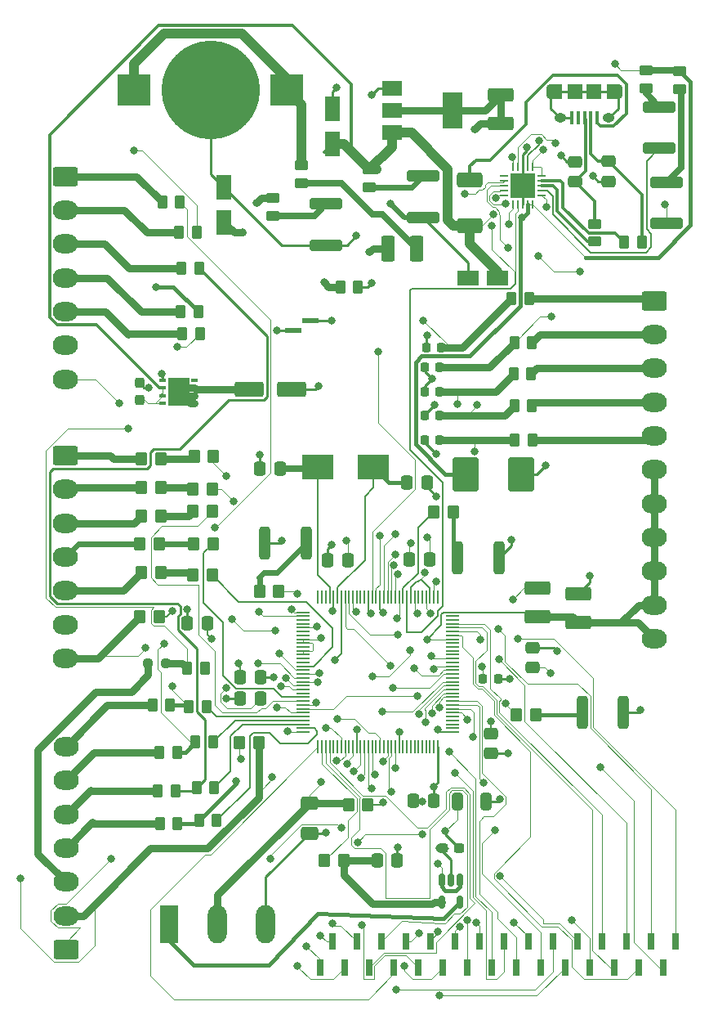
<source format=gbr>
%TF.GenerationSoftware,KiCad,Pcbnew,7.0.10*%
%TF.CreationDate,2024-02-23T13:31:40+03:00*%
%TF.ProjectId,Artorg_Board,4172746f-7267-45f4-926f-6172642e6b69,rev?*%
%TF.SameCoordinates,Original*%
%TF.FileFunction,Copper,L1,Top*%
%TF.FilePolarity,Positive*%
%FSLAX46Y46*%
G04 Gerber Fmt 4.6, Leading zero omitted, Abs format (unit mm)*
G04 Created by KiCad (PCBNEW 7.0.10) date 2024-02-23 13:31:40*
%MOMM*%
%LPD*%
G01*
G04 APERTURE LIST*
G04 Aperture macros list*
%AMRoundRect*
0 Rectangle with rounded corners*
0 $1 Rounding radius*
0 $2 $3 $4 $5 $6 $7 $8 $9 X,Y pos of 4 corners*
0 Add a 4 corners polygon primitive as box body*
4,1,4,$2,$3,$4,$5,$6,$7,$8,$9,$2,$3,0*
0 Add four circle primitives for the rounded corners*
1,1,$1+$1,$2,$3*
1,1,$1+$1,$4,$5*
1,1,$1+$1,$6,$7*
1,1,$1+$1,$8,$9*
0 Add four rect primitives between the rounded corners*
20,1,$1+$1,$2,$3,$4,$5,0*
20,1,$1+$1,$4,$5,$6,$7,0*
20,1,$1+$1,$6,$7,$8,$9,0*
20,1,$1+$1,$8,$9,$2,$3,0*%
G04 Aperture macros list end*
%TA.AperFunction,SMDPad,CuDef*%
%ADD10RoundRect,0.237500X0.237500X-0.300000X0.237500X0.300000X-0.237500X0.300000X-0.237500X-0.300000X0*%
%TD*%
%TA.AperFunction,SMDPad,CuDef*%
%ADD11RoundRect,0.237500X0.300000X0.237500X-0.300000X0.237500X-0.300000X-0.237500X0.300000X-0.237500X0*%
%TD*%
%TA.AperFunction,SMDPad,CuDef*%
%ADD12R,1.475000X0.200000*%
%TD*%
%TA.AperFunction,SMDPad,CuDef*%
%ADD13R,0.200000X1.475000*%
%TD*%
%TA.AperFunction,SMDPad,CuDef*%
%ADD14R,1.750000X0.600000*%
%TD*%
%TA.AperFunction,SMDPad,CuDef*%
%ADD15RoundRect,0.250000X-0.350000X-0.450000X0.350000X-0.450000X0.350000X0.450000X-0.350000X0.450000X0*%
%TD*%
%TA.AperFunction,SMDPad,CuDef*%
%ADD16R,2.500000X2.500000*%
%TD*%
%TA.AperFunction,SMDPad,CuDef*%
%ADD17RoundRect,0.062500X0.350000X-0.062500X0.350000X0.062500X-0.350000X0.062500X-0.350000X-0.062500X0*%
%TD*%
%TA.AperFunction,SMDPad,CuDef*%
%ADD18RoundRect,0.062500X0.062500X-0.350000X0.062500X0.350000X-0.062500X0.350000X-0.062500X-0.350000X0*%
%TD*%
%TA.AperFunction,SMDPad,CuDef*%
%ADD19R,3.325000X2.500000*%
%TD*%
%TA.AperFunction,SMDPad,CuDef*%
%ADD20RoundRect,0.150000X-0.150000X0.512500X-0.150000X-0.512500X0.150000X-0.512500X0.150000X0.512500X0*%
%TD*%
%TA.AperFunction,SMDPad,CuDef*%
%ADD21R,2.000000X1.500000*%
%TD*%
%TA.AperFunction,SMDPad,CuDef*%
%ADD22R,2.000000X3.800000*%
%TD*%
%TA.AperFunction,SMDPad,CuDef*%
%ADD23R,2.200000X3.000000*%
%TD*%
%TA.AperFunction,SMDPad,CuDef*%
%ADD24RoundRect,0.100000X-0.225000X-0.100000X0.225000X-0.100000X0.225000X0.100000X-0.225000X0.100000X0*%
%TD*%
%TA.AperFunction,SMDPad,CuDef*%
%ADD25RoundRect,0.250000X-0.262500X-0.450000X0.262500X-0.450000X0.262500X0.450000X-0.262500X0.450000X0*%
%TD*%
%TA.AperFunction,SMDPad,CuDef*%
%ADD26RoundRect,0.250000X0.350000X0.450000X-0.350000X0.450000X-0.350000X-0.450000X0.350000X-0.450000X0*%
%TD*%
%TA.AperFunction,SMDPad,CuDef*%
%ADD27RoundRect,0.237500X0.250000X0.237500X-0.250000X0.237500X-0.250000X-0.237500X0.250000X-0.237500X0*%
%TD*%
%TA.AperFunction,SMDPad,CuDef*%
%ADD28RoundRect,0.250000X0.262500X0.450000X-0.262500X0.450000X-0.262500X-0.450000X0.262500X-0.450000X0*%
%TD*%
%TA.AperFunction,SMDPad,CuDef*%
%ADD29RoundRect,0.250000X0.450000X-0.262500X0.450000X0.262500X-0.450000X0.262500X-0.450000X-0.262500X0*%
%TD*%
%TA.AperFunction,SMDPad,CuDef*%
%ADD30RoundRect,0.250000X-0.450000X0.262500X-0.450000X-0.262500X0.450000X-0.262500X0.450000X0.262500X0*%
%TD*%
%TA.AperFunction,SMDPad,CuDef*%
%ADD31R,0.650000X1.800000*%
%TD*%
%TA.AperFunction,ComponentPad*%
%ADD32R,1.980000X3.960000*%
%TD*%
%TA.AperFunction,ComponentPad*%
%ADD33O,1.980000X3.960000*%
%TD*%
%TA.AperFunction,ComponentPad*%
%ADD34RoundRect,0.250000X-1.050000X0.750000X-1.050000X-0.750000X1.050000X-0.750000X1.050000X0.750000X0*%
%TD*%
%TA.AperFunction,ComponentPad*%
%ADD35O,2.600000X2.000000*%
%TD*%
%TA.AperFunction,ComponentPad*%
%ADD36RoundRect,0.250000X1.050000X-0.750000X1.050000X0.750000X-1.050000X0.750000X-1.050000X-0.750000X0*%
%TD*%
%TA.AperFunction,ComponentPad*%
%ADD37O,0.890000X1.550000*%
%TD*%
%TA.AperFunction,SMDPad,CuDef*%
%ADD38R,1.500000X1.550000*%
%TD*%
%TA.AperFunction,ComponentPad*%
%ADD39O,1.250000X0.950000*%
%TD*%
%TA.AperFunction,SMDPad,CuDef*%
%ADD40R,1.200000X1.550000*%
%TD*%
%TA.AperFunction,SMDPad,CuDef*%
%ADD41R,0.400000X1.350000*%
%TD*%
%TA.AperFunction,SMDPad,CuDef*%
%ADD42RoundRect,0.249999X-1.075001X0.512501X-1.075001X-0.512501X1.075001X-0.512501X1.075001X0.512501X0*%
%TD*%
%TA.AperFunction,SMDPad,CuDef*%
%ADD43RoundRect,0.250000X-0.312500X-1.450000X0.312500X-1.450000X0.312500X1.450000X-0.312500X1.450000X0*%
%TD*%
%TA.AperFunction,SMDPad,CuDef*%
%ADD44RoundRect,0.250000X0.312500X1.450000X-0.312500X1.450000X-0.312500X-1.450000X0.312500X-1.450000X0*%
%TD*%
%TA.AperFunction,SMDPad,CuDef*%
%ADD45RoundRect,0.250001X-1.074999X0.462499X-1.074999X-0.462499X1.074999X-0.462499X1.074999X0.462499X0*%
%TD*%
%TA.AperFunction,SMDPad,CuDef*%
%ADD46RoundRect,0.250001X1.074999X-0.462499X1.074999X0.462499X-1.074999X0.462499X-1.074999X-0.462499X0*%
%TD*%
%TA.AperFunction,SMDPad,CuDef*%
%ADD47RoundRect,0.250000X1.450000X-0.312500X1.450000X0.312500X-1.450000X0.312500X-1.450000X-0.312500X0*%
%TD*%
%TA.AperFunction,SMDPad,CuDef*%
%ADD48RoundRect,0.250001X-0.462499X-1.074999X0.462499X-1.074999X0.462499X1.074999X-0.462499X1.074999X0*%
%TD*%
%TA.AperFunction,SMDPad,CuDef*%
%ADD49RoundRect,0.250000X-0.650000X0.412500X-0.650000X-0.412500X0.650000X-0.412500X0.650000X0.412500X0*%
%TD*%
%TA.AperFunction,SMDPad,CuDef*%
%ADD50RoundRect,0.250000X-0.325000X-0.650000X0.325000X-0.650000X0.325000X0.650000X-0.325000X0.650000X0*%
%TD*%
%TA.AperFunction,SMDPad,CuDef*%
%ADD51RoundRect,0.250000X-0.337500X-0.475000X0.337500X-0.475000X0.337500X0.475000X-0.337500X0.475000X0*%
%TD*%
%TA.AperFunction,SMDPad,CuDef*%
%ADD52RoundRect,0.225000X-0.225000X-0.250000X0.225000X-0.250000X0.225000X0.250000X-0.225000X0.250000X0*%
%TD*%
%TA.AperFunction,SMDPad,CuDef*%
%ADD53RoundRect,0.250000X0.337500X0.475000X-0.337500X0.475000X-0.337500X-0.475000X0.337500X-0.475000X0*%
%TD*%
%TA.AperFunction,SMDPad,CuDef*%
%ADD54RoundRect,0.250000X0.475000X-0.337500X0.475000X0.337500X-0.475000X0.337500X-0.475000X-0.337500X0*%
%TD*%
%TA.AperFunction,SMDPad,CuDef*%
%ADD55RoundRect,0.250000X-0.475000X0.337500X-0.475000X-0.337500X0.475000X-0.337500X0.475000X0.337500X0*%
%TD*%
%TA.AperFunction,SMDPad,CuDef*%
%ADD56RoundRect,0.250000X-1.112500X-1.500000X1.112500X-1.500000X1.112500X1.500000X-1.112500X1.500000X0*%
%TD*%
%TA.AperFunction,SMDPad,CuDef*%
%ADD57RoundRect,0.250000X-1.250000X-0.550000X1.250000X-0.550000X1.250000X0.550000X-1.250000X0.550000X0*%
%TD*%
%TA.AperFunction,SMDPad,CuDef*%
%ADD58RoundRect,0.250000X0.550000X-1.050000X0.550000X1.050000X-0.550000X1.050000X-0.550000X-1.050000X0*%
%TD*%
%TA.AperFunction,SMDPad,CuDef*%
%ADD59R,2.200000X1.600000*%
%TD*%
%TA.AperFunction,SMDPad,CuDef*%
%ADD60C,10.200000*%
%TD*%
%TA.AperFunction,SMDPad,CuDef*%
%ADD61R,3.500000X3.300000*%
%TD*%
%TA.AperFunction,ViaPad*%
%ADD62C,0.800000*%
%TD*%
%TA.AperFunction,Conductor*%
%ADD63C,0.100000*%
%TD*%
%TA.AperFunction,Conductor*%
%ADD64C,0.090000*%
%TD*%
%TA.AperFunction,Conductor*%
%ADD65C,0.300000*%
%TD*%
%TA.AperFunction,Conductor*%
%ADD66C,0.250000*%
%TD*%
%TA.AperFunction,Conductor*%
%ADD67C,0.200000*%
%TD*%
%TA.AperFunction,Conductor*%
%ADD68C,0.500000*%
%TD*%
%TA.AperFunction,Conductor*%
%ADD69C,0.400000*%
%TD*%
%TA.AperFunction,Conductor*%
%ADD70C,1.000000*%
%TD*%
%TA.AperFunction,Conductor*%
%ADD71C,0.800000*%
%TD*%
%TA.AperFunction,Conductor*%
%ADD72C,0.600000*%
%TD*%
%TA.AperFunction,Conductor*%
%ADD73C,0.700000*%
%TD*%
G04 APERTURE END LIST*
D10*
%TO.P,C25,1*%
%TO.N,5V_USB*%
X153466800Y-75023600D03*
%TO.P,C25,2*%
%TO.N,GND*%
X153466800Y-73298600D03*
%TD*%
D11*
%TO.P,C26,1*%
%TO.N,Net-(J6-Pin_1)*%
X186580400Y-121437400D03*
%TO.P,C26,2*%
%TO.N,GND*%
X184855400Y-121437400D03*
%TD*%
D12*
%TO.P,IC1,1,GPIO157/LED0/TST_CLK_OUT*%
%TO.N,Net-(IC1-GPIO157{slash}LED0{slash}TST_CLK_OUT)*%
X170433800Y-97009200D03*
%TO.P,IC1,2,GPIO027/KSO00/PVT_IO1*%
%TO.N,PVT_1*%
X170433800Y-97409200D03*
%TO.P,IC1,3,GPIO001/KSO05/32KHZ_OUT*%
%TO.N,unconnected-(IC1-GPIO001{slash}KSO05{slash}32KHZ_OUT-Pad3)*%
X170433800Y-97809200D03*
%TO.P,IC1,4,GPIO002/PWM7*%
%TO.N,unconnected-(IC1-GPIO002{slash}PWM7-Pad4)*%
X170433800Y-98209200D03*
%TO.P,IC1,5,VTR_1*%
%TO.N,VCC*%
X170433800Y-98609200D03*
%TO.P,IC1,6,GPIO005/SMB00_DATA/SMB00_DATA18/KSI2*%
%TO.N,unconnected-(IC1-GPIO005{slash}SMB00_DATA{slash}SMB00_DATA18{slash}KSI2-Pad6)*%
X170433800Y-99009200D03*
%TO.P,IC1,7,GPIO006/SMB00_CLK/SMB00_CLK18/KSI3*%
%TO.N,unconnected-(IC1-GPIO006{slash}SMB00_CLK{slash}SMB00_CLK18{slash}KSI3-Pad7)*%
X170433800Y-99409200D03*
%TO.P,IC1,8,GPIO007/SMB01_DATA/SMB01_DATA18*%
%TO.N,GP1O007*%
X170433800Y-99809200D03*
%TO.P,IC1,9,GPIO010/SMB01_CLK/SMB01_CLK18*%
X170433800Y-100209200D03*
%TO.P,IC1,10,GPIO011/NSMI/NEMI_INT/PWM4*%
%TO.N,unconnected-(IC1-GPIO011{slash}NSMI{slash}NEMI_INT{slash}PWM4-Pad10)*%
X170433800Y-100609200D03*
%TO.P,IC1,11,GPIO012/SMB02_DATA/SMB02_DATA18*%
%TO.N,GP1O007*%
X170433800Y-101009200D03*
%TO.P,IC1,12,GPIO013/SMB02_CLK/SMB02_CLK18*%
X170433800Y-101409200D03*
%TO.P,IC1,13,NRESET_IN/GPIO014*%
%TO.N,unconnected-(IC1-NRESET_IN{slash}GPIO014-Pad13)*%
X170433800Y-101809200D03*
%TO.P,IC1,14,GPIO015/KSO01/PVT_CS#*%
%TO.N,unconnected-(IC1-GPIO015{slash}KSO01{slash}PVT_CS#-Pad14)*%
X170433800Y-102209200D03*
%TO.P,IC1,15,GPIO016/KSO02/PVT_SCLK*%
%TO.N,PVT_SCLK*%
X170433800Y-102609200D03*
%TO.P,IC1,16,GPIO017/KSO03/PVT_IO0*%
%TO.N,PVT_0*%
X170433800Y-103009200D03*
%TO.P,IC1,17,VSS_1*%
%TO.N,GND*%
X170433800Y-103409200D03*
%TO.P,IC1,18,VR_CAP*%
%TO.N,Net-(IC1-VR_CAP)*%
X170433800Y-103809200D03*
%TO.P,IC1,19,VTR_2*%
%TO.N,VCC*%
X170433800Y-104209200D03*
%TO.P,IC1,20,GPIO020/CMP_VIN0*%
%TO.N,GPIO20*%
X170433800Y-104609200D03*
%TO.P,IC1,21,GPIO021/CMP_VIN1*%
%TO.N,GPIO21*%
X170433800Y-105009200D03*
%TO.P,IC1,22,GPIO066/KSO06*%
%TO.N,unconnected-(IC1-GPIO066{slash}KSO06-Pad22)*%
X170433800Y-105409200D03*
%TO.P,IC1,23,GPIO160/PWM2/KSO08/PVT_IO3*%
%TO.N,PVT_3*%
X170433800Y-105809200D03*
%TO.P,IC1,24,GPIO161/KSO07/PVT_IO2*%
%TO.N,PVT_2*%
X170433800Y-106209200D03*
%TO.P,IC1,25,GPIO165/CMP_VREF0*%
%TO.N,GPIO165*%
X170433800Y-106609200D03*
%TO.P,IC1,26,GPIO166/CMP_VREF1/UART_CLK*%
%TO.N,GPIO166*%
X170433800Y-107009200D03*
%TO.P,IC1,27,GPIO123/SHD_CS0#[BSS_STRAP]*%
%TO.N,Net-(IC1-GPIO123{slash}SHD_CS0#[BSS_STRAP])*%
X170433800Y-107409200D03*
%TO.P,IC1,28,GPIO133/SHD_IO0*%
%TO.N,Net-(IC1-GPIO133{slash}SHD_IO0)*%
X170433800Y-107809200D03*
%TO.P,IC1,29,GPIO134/SHD_IO1*%
%TO.N,Net-(IC1-GPIO134{slash}SHD_IO1)*%
X170433800Y-108209200D03*
%TO.P,IC1,30,GPIO135/SHD_IO2[PRG_STRAP]*%
%TO.N,Net-(IC1-GPIO135{slash}SHD_IO2[PRG_STRAP])*%
X170433800Y-108609200D03*
%TO.P,IC1,31,GPIO136/SHD_IO3*%
%TO.N,Net-(IC1-GPIO136{slash}SHD_IO3)*%
X170433800Y-109009200D03*
%TO.P,IC1,32,GPIO126/SHD_SCLK*%
%TO.N,Net-(IC1-GPIO126{slash}SHD_SCLK)*%
X170433800Y-109409200D03*
D13*
%TO.P,IC1,33,GPIO062/SPI_IO3*%
%TO.N,SPI_3*%
X171971800Y-110947200D03*
%TO.P,IC1,34,GPIO030/PWM4*%
%TO.N,PWM4*%
X172371800Y-110947200D03*
%TO.P,IC1,35,GPIO031/SPI_CS#/PWM5*%
%TO.N,SPI_CS*%
X172771800Y-110947200D03*
%TO.P,IC1,36,GPIO032/SPI_CLK/PWM6*%
%TO.N,SPI_CLK*%
X173171800Y-110947200D03*
%TO.P,IC1,37,GPIO045/SMB05_DATA/KSO04*%
%TO.N,unconnected-(IC1-GPIO045{slash}SMB05_DATA{slash}KSO04-Pad37)*%
X173571800Y-110947200D03*
%TO.P,IC1,38,GPIO046/SMB05_CLK/KSO05*%
%TO.N,unconnected-(IC1-GPIO046{slash}SMB05_CLK{slash}KSO05-Pad38)*%
X173971800Y-110947200D03*
%TO.P,IC1,39,GPIO047/SHD_CS1#/KSO06*%
%TO.N,SHD_CS1*%
X174371800Y-110947200D03*
%TO.P,IC1,40,GPIO050/TACH0*%
%TO.N,TACH0*%
X174771800Y-110947200D03*
%TO.P,IC1,41,GPIO051/TACH1*%
%TO.N,unconnected-(IC1-GPIO051{slash}TACH1-Pad41)*%
X175171800Y-110947200D03*
%TO.P,IC1,42,GPIO052/SPI_IO2*%
%TO.N,SPI_2*%
X175571800Y-110947200D03*
%TO.P,IC1,43,VTR_33_18*%
%TO.N,VCC*%
X175971800Y-110947200D03*
%TO.P,IC1,44,GPIO053/PWM0/SPI_IO0*%
%TO.N,PWM0*%
X176371800Y-110947200D03*
%TO.P,IC1,45,GPIO054/PWM1/SPI_IO1*%
%TO.N,PWM1*%
X176771800Y-110947200D03*
%TO.P,IC1,46,GPIO055/PWM2/KSO08*%
%TO.N,PWM2*%
X177171800Y-110947200D03*
%TO.P,IC1,47,GPIO056/PWM3*%
%TO.N,PWM3*%
X177571800Y-110947200D03*
%TO.P,IC1,48,GPIO057/VCC_PWRGD*%
%TO.N,unconnected-(IC1-GPIO057{slash}VCC_PWRGD-Pad48)*%
X177971800Y-110947200D03*
%TO.P,IC1,49,GPIO060/KBRST*%
%TO.N,RST*%
X178371800Y-110947200D03*
%TO.P,IC1,50,GPIO025/KSO07*%
%TO.N,unconnected-(IC1-GPIO025{slash}KSO07-Pad50)*%
X178771800Y-110947200D03*
%TO.P,IC1,51,GPIO167*%
%TO.N,GPIO167*%
X179171800Y-110947200D03*
%TO.P,IC1,52,GPIO026/PS2_CLK1B*%
%TO.N,GPIO026*%
X179571800Y-110947200D03*
%TO.P,IC1,53,GPIO061/LPCPD#/ESPI_RESET#*%
%TO.N,GPIO061*%
X179971800Y-110947200D03*
%TO.P,IC1,54,VTR_LPC_ESPI*%
%TO.N,VCC*%
X180371800Y-110947200D03*
%TO.P,IC1,55,GPIO063/SER_IRQ/ESPI_ALERT#*%
%TO.N,unconnected-(IC1-GPIO063{slash}SER_IRQ{slash}ESPI_ALERT#-Pad55)*%
X180771800Y-110947200D03*
%TO.P,IC1,56,GPIO064/LRESET#*%
%TO.N,unconnected-(IC1-GPIO064{slash}LRESET#-Pad56)*%
X181171800Y-110947200D03*
%TO.P,IC1,57,GPIO034/PCI_CLK/ESPI_CLK*%
%TO.N,unconnected-(IC1-GPIO034{slash}PCI_CLK{slash}ESPI_CLK-Pad57)*%
X181571800Y-110947200D03*
%TO.P,IC1,58,GPIO044/LFRAME#/ESPI_CS#*%
%TO.N,unconnected-(IC1-GPIO044{slash}LFRAME#{slash}ESPI_CS#-Pad58)*%
X181971800Y-110947200D03*
%TO.P,IC1,59,GPIO040/LAD0/ESPI_IO0*%
%TO.N,unconnected-(IC1-GPIO040{slash}LAD0{slash}ESPI_IO0-Pad59)*%
X182371800Y-110947200D03*
%TO.P,IC1,60,GPIO041/LAD1/ESPI_IO1*%
%TO.N,unconnected-(IC1-GPIO041{slash}LAD1{slash}ESPI_IO1-Pad60)*%
X182771800Y-110947200D03*
%TO.P,IC1,61,GPIO042/LAD2/ESPI_IO2*%
%TO.N,unconnected-(IC1-GPIO042{slash}LAD2{slash}ESPI_IO2-Pad61)*%
X183171800Y-110947200D03*
%TO.P,IC1,62,GPIO043/LAD3/ESPI_IO3*%
%TO.N,unconnected-(IC1-GPIO043{slash}LAD3{slash}ESPI_IO3-Pad62)*%
X183571800Y-110947200D03*
%TO.P,IC1,63,GPIO067/CLKRUN#*%
%TO.N,unconnected-(IC1-GPIO067{slash}CLKRUN#-Pad63)*%
X183971800Y-110947200D03*
%TO.P,IC1,64,VSS_2*%
%TO.N,GND*%
X184371800Y-110947200D03*
D12*
%TO.P,IC1,65,VTR_3*%
%TO.N,VCC*%
X185909800Y-109409200D03*
%TO.P,IC1,66,GPIO100/NEC_SCI*%
%TO.N,unconnected-(IC1-GPIO100{slash}NEC_SCI-Pad66)*%
X185909800Y-109009200D03*
%TO.P,IC1,67,GPIO101/KSO04*%
%TO.N,unconnected-(IC1-GPIO101{slash}KSO04-Pad67)*%
X185909800Y-108609200D03*
%TO.P,IC1,68,GPIO102/KSO09[CR_STRAP]*%
%TO.N,unconnected-(IC1-GPIO102{slash}KSO09[CR_STRAP]-Pad68)*%
X185909800Y-108209200D03*
%TO.P,IC1,69,GPIO103/VCC_PWRGD*%
%TO.N,unconnected-(IC1-GPIO103{slash}VCC_PWRGD-Pad69)*%
X185909800Y-107809200D03*
%TO.P,IC1,70,GPIO104/LED2*%
%TO.N,Net-(IC1-GPIO104{slash}LED2)*%
X185909800Y-107409200D03*
%TO.P,IC1,71,GPIO105/PS2_CLK1B/PWM0*%
%TO.N,GPIO105*%
X185909800Y-107009200D03*
%TO.P,IC1,72,GPIO106/KSO10/PCIRST_OUT0#*%
%TO.N,GPIO106*%
X185909800Y-106609200D03*
%TO.P,IC1,73,GPIO107/NRESET_OUT*%
%TO.N,GPIO107*%
X185909800Y-106209200D03*
%TO.P,IC1,74,GPIO110/KSO11/TACH2*%
%TO.N,GPIO110*%
X185909800Y-105809200D03*
%TO.P,IC1,75,GPIO111/KSO12/TACH3*%
%TO.N,GPIO111*%
X185909800Y-105409200D03*
%TO.P,IC1,76,GPIO112/PS2_CLK1A/KSO13*%
%TO.N,GPIO112*%
X185909800Y-105009200D03*
%TO.P,IC1,77,GPIO113/PS2_DAT1A/KSO14*%
%TO.N,GPIO113*%
X185909800Y-104609200D03*
%TO.P,IC1,78,GPIO114/PS2_CLK0*%
%TO.N,GPIO114*%
X185909800Y-104209200D03*
%TO.P,IC1,79,GPIO115/PS2_DAT0*%
%TO.N,unconnected-(IC1-GPIO115{slash}PS2_DAT0-Pad79)*%
X185909800Y-103809200D03*
%TO.P,IC1,80,GPIO116/TFDP_DATA/UART_RX*%
%TO.N,RX*%
X185909800Y-103409200D03*
%TO.P,IC1,81,GPIO117/TFDP_CLK/UART_TX[VL_STRAP]*%
%TO.N,TX*%
X185909800Y-103009200D03*
%TO.P,IC1,82,VTR_4*%
%TO.N,VCC*%
X185909800Y-102609200D03*
%TO.P,IC1,83,GPIO120/CMP_VOUT1*%
%TO.N,unconnected-(IC1-GPIO120{slash}CMP_VOUT1-Pad83)*%
X185909800Y-102209200D03*
%TO.P,IC1,84,VSS_3*%
%TO.N,GND*%
X185909800Y-101809200D03*
%TO.P,IC1,85,GPIO124/CMP_VOUT0*%
%TO.N,unconnected-(IC1-GPIO124{slash}CMP_VOUT0-Pad85)*%
X185909800Y-101409200D03*
%TO.P,IC1,86,GPIO125/KSO15/PCIRST_OUT1#*%
%TO.N,unconnected-(IC1-GPIO125{slash}KSO15{slash}PCIRST_OUT1#-Pad86)*%
X185909800Y-101009200D03*
%TO.P,IC1,87,ICSP_MCLR*%
%TO.N,unconnected-(IC1-ICSP_MCLR-Pad87)*%
X185909800Y-100609200D03*
%TO.P,IC1,88,GPIO127/PS2_DAT1B/TACH0*%
%TO.N,unconnected-(IC1-GPIO127{slash}PS2_DAT1B{slash}TACH0-Pad88)*%
X185909800Y-100209200D03*
%TO.P,IC1,89,GPIO130/SMB03_DATA/SMB03_DATA18*%
%TO.N,GP1O007*%
X185909800Y-99809200D03*
%TO.P,IC1,90,GPIO035/SB-TSI_CLK/PWM3*%
%TO.N,GPIO035*%
X185909800Y-99409200D03*
%TO.P,IC1,91,GPIO131/SMB03_CLK/SMB03_CLK18*%
%TO.N,GPIO131*%
X185909800Y-99009200D03*
%TO.P,IC1,92,GPIO132/KSO16/PCI_RESET#*%
%TO.N,GPIO132*%
X185909800Y-98609200D03*
%TO.P,IC1,93,GPIO140/KSO17/PWM5*%
%TO.N,GPIO140*%
X185909800Y-98209200D03*
%TO.P,IC1,94,GPIO033/PECI_DAT/SB_TSI_DAT*%
%TO.N,unconnected-(IC1-GPIO033{slash}PECI_DAT{slash}SB_TSI_DAT-Pad94)*%
X185909800Y-97809200D03*
%TO.P,IC1,95,VREF_CPU*%
%TO.N,unconnected-(IC1-VREF_CPU-Pad95)*%
X185909800Y-97409200D03*
%TO.P,IC1,96,GPIO141/SMB04_DATA/SMB04_DATA18*%
%TO.N,GP1O007*%
X185909800Y-97009200D03*
D13*
%TO.P,IC1,97,GPIO142/SMB04_CLK/SMB04_CLK18*%
%TO.N,unconnected-(IC1-GPIO142{slash}SMB04_CLK{slash}SMB04_CLK18-Pad97)*%
X184371800Y-95471200D03*
%TO.P,IC1,98,GPIO143/KSI0/DTR#*%
%TO.N,Net-(IC1-GPIO143{slash}KSI0{slash}DTR#)*%
X183971800Y-95471200D03*
%TO.P,IC1,99,GPIO144/KSI1/DCD#*%
%TO.N,Net-(IC1-GPIO144{slash}KSI1{slash}DCD#)*%
X183571800Y-95471200D03*
%TO.P,IC1,100,VSS_4*%
%TO.N,GND*%
X183171800Y-95471200D03*
%TO.P,IC1,101,GPIO145(ICSP_CLOCK)*%
%TO.N,unconnected-(IC1-GPIO145(ICSP_CLOCK)-Pad101)*%
X182771800Y-95471200D03*
%TO.P,IC1,102,GPIO146(ICSP_DATA)*%
%TO.N,unconnected-(IC1-GPIO146(ICSP_DATA)-Pad102)*%
X182371800Y-95471200D03*
%TO.P,IC1,103,VTR_5*%
%TO.N,VCC*%
X181971800Y-95471200D03*
%TO.P,IC1,104,GPIO147/KSI4/DSR#*%
%TO.N,Net-(IC1-GPIO144{slash}KSI1{slash}DCD#)*%
X181571800Y-95471200D03*
%TO.P,IC1,105,GPIO150/KSI5/RI#*%
%TO.N,Net-(IC1-GPIO150{slash}KSI5{slash}RI#)*%
X181171800Y-95471200D03*
%TO.P,IC1,106,GPIO156/LED1*%
%TO.N,Net-(IC1-GPIO156{slash}LED1)*%
X180771800Y-95471200D03*
%TO.P,IC1,107,GPIO151/KSI6/RTS#*%
%TO.N,Net-(IC1-GPIO151{slash}KSI6{slash}RTS#)*%
X180371800Y-95471200D03*
%TO.P,IC1,108,GPIO152/KSI7/CTS#*%
%TO.N,Net-(IC1-GPIO152{slash}KSI7{slash}CTS#)*%
X179971800Y-95471200D03*
%TO.P,IC1,109,GPIO153/ADC4*%
%TO.N,ADC4*%
X179571800Y-95471200D03*
%TO.P,IC1,110,GPIO154/ADC3*%
%TO.N,ADC3*%
X179171800Y-95471200D03*
%TO.P,IC1,111,GPIO155/ADC2*%
%TO.N,ADC2*%
X178771800Y-95471200D03*
%TO.P,IC1,112,AVSS*%
%TO.N,GND*%
X178371800Y-95471200D03*
%TO.P,IC1,113,GPIO122/ADC1*%
%TO.N,ADC1*%
X177971800Y-95471200D03*
%TO.P,IC1,114,GPIO121/ADC0*%
%TO.N,ADC0*%
X177571800Y-95471200D03*
%TO.P,IC1,115,ADC_VREF*%
%TO.N,GND*%
X177171800Y-95471200D03*
%TO.P,IC1,116,GPIO022/ADC5/PWM1*%
%TO.N,unconnected-(IC1-GPIO022{slash}ADC5{slash}PWM1-Pad116)*%
X176771800Y-95471200D03*
%TO.P,IC1,117,GPIO023/ADC6/A20M/TACH1*%
%TO.N,unconnected-(IC1-GPIO023{slash}ADC6{slash}A20M{slash}TACH1-Pad117)*%
X176371800Y-95471200D03*
%TO.P,IC1,118,GPIO024/ADC7*%
%TO.N,unconnected-(IC1-GPIO024{slash}ADC7-Pad118)*%
X175971800Y-95471200D03*
%TO.P,IC1,119,BGPO/GPIO004*%
%TO.N,GPIO004*%
X175571800Y-95471200D03*
%TO.P,IC1,120,SYSPWR_PRES/GPIO003*%
%TO.N,GPIO003*%
X175171800Y-95471200D03*
%TO.P,IC1,121,VCI_OUT/GPIO036*%
%TO.N,GPIO036*%
X174771800Y-95471200D03*
%TO.P,IC1,122,VBAT*%
%TO.N,VCC*%
X174371800Y-95471200D03*
%TO.P,IC1,123,XTAL1*%
%TO.N,Net-(IC1-XTAL1)*%
X173971800Y-95471200D03*
%TO.P,IC1,124,VSS_VBAT*%
%TO.N,GND*%
X173571800Y-95471200D03*
%TO.P,IC1,125,XTAL2*%
%TO.N,Net-(IC1-XTAL2)*%
X173171800Y-95471200D03*
%TO.P,IC1,126,VCI_IN1#/GPIO162*%
%TO.N,unconnected-(IC1-VCI_IN1#{slash}GPIO162-Pad126)*%
X172771800Y-95471200D03*
%TO.P,IC1,127,VCI_IN0#/GPIO163*%
%TO.N,unconnected-(IC1-VCI_IN0#{slash}GPIO163-Pad127)*%
X172371800Y-95471200D03*
%TO.P,IC1,128,VCI_OVRD_IN/GPIO164*%
%TO.N,unconnected-(IC1-VCI_OVRD_IN{slash}GPIO164-Pad128)*%
X171971800Y-95471200D03*
%TD*%
D14*
%TO.P,J8,1,Pin_1*%
%TO.N,VCC*%
X171170600Y-66827400D03*
%TO.P,J8,2,Pin_2*%
%TO.N,GND*%
X169420600Y-67827400D03*
%TD*%
D15*
%TO.P,R32,1*%
%TO.N,Net-(J5-Pin_4)*%
X153482800Y-89916000D03*
%TO.P,R32,2*%
%TO.N,Net-(R32-Pad2)*%
X155482800Y-89916000D03*
%TD*%
D16*
%TO.P,U3,21,GND*%
%TO.N,GND*%
X193207800Y-52847400D03*
D17*
%TO.P,U3,20,VCCIO*%
%TO.N,Net-(IC1-GPIO144{slash}KSI1{slash}DCD#)*%
X191270300Y-53847400D03*
%TO.P,U3,19,~{RTS}*%
%TO.N,Net-(IC1-GPIO151{slash}KSI6{slash}RTS#)*%
X191270300Y-53347400D03*
%TO.P,U3,18,~{DTR}*%
%TO.N,Net-(IC1-GPIO143{slash}KSI0{slash}DTR#)*%
X191270300Y-52847400D03*
%TO.P,U3,17,TXD*%
%TO.N,RX*%
X191270300Y-52347400D03*
%TO.P,U3,16,CBUS3*%
%TO.N,unconnected-(U3-CBUS3-Pad16)*%
X191270300Y-51847400D03*
D18*
%TO.P,U3,15,CBUS0*%
%TO.N,Net-(IC1-GPIO150{slash}KSI5{slash}RI#)*%
X192207800Y-50909900D03*
%TO.P,U3,14,CBUS1*%
%TO.N,Net-(D5-K)*%
X192707800Y-50909900D03*
%TO.P,U3,13,GND*%
%TO.N,GND*%
X193207800Y-50909900D03*
%TO.P,U3,12,VCC*%
%TO.N,VCC*%
X193707800Y-50909900D03*
%TO.P,U3,11,~{RESET}*%
%TO.N,Net-(IC1-GPIO144{slash}KSI1{slash}DCD#)*%
X194207800Y-50909900D03*
D17*
%TO.P,U3,10,3V3OUT*%
X195145300Y-51847400D03*
%TO.P,U3,9,USBDM*%
%TO.N,D-*%
X195145300Y-52347400D03*
%TO.P,U3,8,USBDP*%
%TO.N,D+*%
X195145300Y-52847400D03*
%TO.P,U3,7,CBUS2*%
%TO.N,Net-(D6-K)*%
X195145300Y-53347400D03*
%TO.P,U3,6,~{CTS}*%
%TO.N,Net-(IC1-GPIO152{slash}KSI7{slash}CTS#)*%
X195145300Y-53847400D03*
D18*
%TO.P,U3,5,~{DCD}*%
%TO.N,Net-(IC1-GPIO144{slash}KSI1{slash}DCD#)*%
X194207800Y-54784900D03*
%TO.P,U3,4,~{DSR}*%
X193707800Y-54784900D03*
%TO.P,U3,3,GND*%
%TO.N,GND*%
X193207800Y-54784900D03*
%TO.P,U3,2,~{RI}*%
%TO.N,Net-(IC1-GPIO150{slash}KSI5{slash}RI#)*%
X192707800Y-54784900D03*
%TO.P,U3,1,RXD*%
%TO.N,TX*%
X192207800Y-54784900D03*
%TD*%
D19*
%TO.P,Y1,1,1*%
%TO.N,Net-(IC1-XTAL2)*%
X171890300Y-81965800D03*
%TO.P,Y1,2,2*%
%TO.N,Net-(IC1-XTAL1)*%
X177715300Y-81965800D03*
%TD*%
D20*
%TO.P,U4,1,VDD*%
%TO.N,5V_USB*%
X186659600Y-124750400D03*
%TO.P,U4,2,GND*%
%TO.N,GND*%
X185709600Y-124750400D03*
%TO.P,U4,3,IN+*%
%TO.N,5V_USB*%
X184759600Y-124750400D03*
%TO.P,U4,4,~{IN-}*%
%TO.N,Net-(U4-~{IN-})*%
X184759600Y-127025400D03*
%TO.P,U4,5,OUT*%
%TO.N,Net-(J6-Pin_1)*%
X186659600Y-127025400D03*
%TD*%
D21*
%TO.P,U2,1,GND*%
%TO.N,GND*%
X179627000Y-42759600D03*
D22*
%TO.P,U2,2,VO*%
%TO.N,VCC*%
X185927000Y-45059600D03*
D21*
X179627000Y-45059600D03*
%TO.P,U2,3,VI*%
%TO.N,5V_USB*%
X179627000Y-47359600D03*
%TD*%
D23*
%TO.P,U1,9,VO*%
%TO.N,VCCQ*%
X157506400Y-74174200D03*
D24*
%TO.P,U1,8,NC*%
%TO.N,unconnected-(U1-NC-Pad8)*%
X159156400Y-72974200D03*
%TO.P,U1,7,VO*%
%TO.N,VCCQ*%
X159156400Y-73774200D03*
%TO.P,U1,6,VO*%
X159156400Y-74574200D03*
%TO.P,U1,5,VO*%
X159156400Y-75374200D03*
%TO.P,U1,4,VI*%
%TO.N,5V_USB*%
X155856400Y-75374200D03*
%TO.P,U1,3,VI*%
X155856400Y-74574200D03*
%TO.P,U1,2,VI*%
X155856400Y-73774200D03*
%TO.P,U1,1,GND*%
%TO.N,GND*%
X155856400Y-72974200D03*
%TD*%
D25*
%TO.P,R45,1*%
%TO.N,VCC*%
X174271800Y-63322200D03*
%TO.P,R45,2*%
%TO.N,GND*%
X176096800Y-63322200D03*
%TD*%
D15*
%TO.P,R44,1*%
%TO.N,Net-(D11-A)*%
X165894000Y-94843600D03*
%TO.P,R44,2*%
%TO.N,Net-(IC1-GPIO157{slash}LED0{slash}TST_CLK_OUT)*%
X167894000Y-94843600D03*
%TD*%
D26*
%TO.P,R43,1*%
%TO.N,Net-(D10-A)*%
X185988200Y-86614000D03*
%TO.P,R43,2*%
%TO.N,Net-(IC1-GPIO156{slash}LED1)*%
X183988200Y-86614000D03*
%TD*%
%TO.P,R42,1*%
%TO.N,Net-(D9-A)*%
X194532000Y-107645200D03*
%TO.P,R42,2*%
%TO.N,Net-(IC1-GPIO104{slash}LED2)*%
X192532000Y-107645200D03*
%TD*%
%TO.P,R41,1*%
%TO.N,VCC*%
X177107600Y-116967000D03*
%TO.P,R41,2*%
%TO.N,TACH0*%
X175107600Y-116967000D03*
%TD*%
%TO.P,R40,1*%
%TO.N,Net-(U4-~{IN-})*%
X174643800Y-122707400D03*
%TO.P,R40,2*%
%TO.N,PWM4*%
X172643800Y-122707400D03*
%TD*%
D15*
%TO.P,R39,1*%
%TO.N,Net-(R33-Pad2)*%
X159010600Y-93192600D03*
%TO.P,R39,2*%
%TO.N,PVT_SCLK*%
X161010600Y-93192600D03*
%TD*%
%TO.P,R38,1*%
%TO.N,Net-(R32-Pad2)*%
X159061400Y-89941400D03*
%TO.P,R38,2*%
%TO.N,PVT_3*%
X161061400Y-89941400D03*
%TD*%
%TO.P,R37,1*%
%TO.N,Net-(R31-Pad2)*%
X159010600Y-86563200D03*
%TO.P,R37,2*%
%TO.N,PVT_2*%
X161010600Y-86563200D03*
%TD*%
%TO.P,R36,1*%
%TO.N,Net-(R30-Pad2)*%
X158985200Y-84302600D03*
%TO.P,R36,2*%
%TO.N,PVT_1*%
X160985200Y-84302600D03*
%TD*%
%TO.P,R35,1*%
%TO.N,Net-(R29-Pad2)*%
X159121600Y-80848200D03*
%TO.P,R35,2*%
%TO.N,PVT_0*%
X161121600Y-80848200D03*
%TD*%
%TO.P,R34,1*%
%TO.N,SHD_CS1*%
X153473400Y-97459800D03*
%TO.P,R34,2*%
%TO.N,VCC*%
X155473400Y-97459800D03*
%TD*%
%TO.P,R33,1*%
%TO.N,Net-(J5-Pin_5)*%
X153651200Y-92938600D03*
%TO.P,R33,2*%
%TO.N,Net-(R33-Pad2)*%
X155651200Y-92938600D03*
%TD*%
%TO.P,R31,2*%
%TO.N,Net-(R31-Pad2)*%
X155651200Y-87038600D03*
%TO.P,R31,1*%
%TO.N,Net-(J5-Pin_3)*%
X153651200Y-87038600D03*
%TD*%
%TO.P,R30,1*%
%TO.N,Net-(J5-Pin_2)*%
X153651200Y-84088600D03*
%TO.P,R30,2*%
%TO.N,Net-(R30-Pad2)*%
X155651200Y-84088600D03*
%TD*%
%TO.P,R29,1*%
%TO.N,Net-(J5-Pin_1)*%
X153651200Y-81138600D03*
%TO.P,R29,2*%
%TO.N,Net-(R29-Pad2)*%
X155651200Y-81138600D03*
%TD*%
D26*
%TO.P,R28,1*%
%TO.N,Net-(IC1-GPIO123{slash}SHD_CS0#[BSS_STRAP])*%
X165804600Y-110540800D03*
%TO.P,R28,2*%
%TO.N,VCC*%
X163804600Y-110540800D03*
%TD*%
D27*
%TO.P,R27,1*%
%TO.N,Net-(R17-Pad2)*%
X156159200Y-102260400D03*
%TO.P,R27,2*%
%TO.N,Net-(J3-Pin_3)*%
X154334200Y-102260400D03*
%TD*%
D28*
%TO.P,R26,1*%
%TO.N,Net-(R16-Pad2)*%
X157403800Y-118872000D03*
%TO.P,R26,2*%
%TO.N,Net-(J3-Pin_4)*%
X155578800Y-118872000D03*
%TD*%
%TO.P,R25,1*%
%TO.N,Net-(R15-Pad2)*%
X157200600Y-115468400D03*
%TO.P,R25,2*%
%TO.N,Net-(J3-Pin_5)*%
X155375600Y-115468400D03*
%TD*%
%TO.P,R24,1*%
%TO.N,Net-(R14-Pad2)*%
X157351100Y-111506000D03*
%TO.P,R24,2*%
%TO.N,Net-(J3-Pin_6)*%
X155526100Y-111506000D03*
%TD*%
%TO.P,R23,1*%
%TO.N,Net-(R13-Pad2)*%
X156616400Y-106603800D03*
%TO.P,R23,2*%
%TO.N,Net-(J3-Pin_7)*%
X154791400Y-106603800D03*
%TD*%
D25*
%TO.P,R22,1*%
%TO.N,Net-(R17-Pad2)*%
X158423600Y-102844600D03*
%TO.P,R22,2*%
%TO.N,Net-(IC1-GPIO126{slash}SHD_SCLK)*%
X160248600Y-102844600D03*
%TD*%
%TO.P,R21,1*%
%TO.N,Net-(R16-Pad2)*%
X159642800Y-118592600D03*
%TO.P,R21,2*%
%TO.N,Net-(IC1-GPIO136{slash}SHD_IO3)*%
X161467800Y-118592600D03*
%TD*%
%TO.P,R20,1*%
%TO.N,Net-(R15-Pad2)*%
X159388800Y-115163600D03*
%TO.P,R20,2*%
%TO.N,Net-(IC1-GPIO135{slash}SHD_IO2[PRG_STRAP])*%
X161213800Y-115163600D03*
%TD*%
%TO.P,R19,2*%
%TO.N,Net-(IC1-GPIO134{slash}SHD_IO1)*%
X161086800Y-110464600D03*
%TO.P,R19,1*%
%TO.N,Net-(R14-Pad2)*%
X159261800Y-110464600D03*
%TD*%
%TO.P,R18,1*%
%TO.N,Net-(R13-Pad2)*%
X158550600Y-106756200D03*
%TO.P,R18,2*%
%TO.N,Net-(IC1-GPIO133{slash}SHD_IO0)*%
X160375600Y-106756200D03*
%TD*%
%TO.P,R17,1*%
%TO.N,Net-(J4-Pin_5)*%
X157890200Y-68148200D03*
%TO.P,R17,2*%
%TO.N,Net-(R17-Pad2)*%
X159715200Y-68148200D03*
%TD*%
%TO.P,R16,1*%
%TO.N,Net-(J4-Pin_4)*%
X157712400Y-65913000D03*
%TO.P,R16,2*%
%TO.N,Net-(R16-Pad2)*%
X159537400Y-65913000D03*
%TD*%
%TO.P,R15,1*%
%TO.N,Net-(J4-Pin_3)*%
X157814000Y-61442600D03*
%TO.P,R15,2*%
%TO.N,Net-(R15-Pad2)*%
X159639000Y-61442600D03*
%TD*%
%TO.P,R14,1*%
%TO.N,Net-(J4-Pin_2)*%
X157558100Y-57683400D03*
%TO.P,R14,2*%
%TO.N,Net-(R14-Pad2)*%
X159383100Y-57683400D03*
%TD*%
%TO.P,R13,1*%
%TO.N,Net-(J4-Pin_1)*%
X155807400Y-54584600D03*
%TO.P,R13,2*%
%TO.N,Net-(R13-Pad2)*%
X157632400Y-54584600D03*
%TD*%
D28*
%TO.P,R12,1*%
%TO.N,ADC_V4*%
X194181100Y-79171800D03*
%TO.P,R12,2*%
%TO.N,ADC4*%
X192356100Y-79171800D03*
%TD*%
%TO.P,R11,1*%
%TO.N,ADC_V3*%
X194155700Y-75666600D03*
%TO.P,R11,2*%
%TO.N,ADC3*%
X192330700Y-75666600D03*
%TD*%
%TO.P,R10,1*%
%TO.N,ADC0_3*%
X194054100Y-72313800D03*
%TO.P,R10,2*%
%TO.N,ADC2*%
X192229100Y-72313800D03*
%TD*%
%TO.P,R9,1*%
%TO.N,ADC_V1*%
X194155700Y-69088000D03*
%TO.P,R9,2*%
%TO.N,ADC1*%
X192330700Y-69088000D03*
%TD*%
%TO.P,R8,1*%
%TO.N,ADC_V0*%
X193827400Y-64541400D03*
%TO.P,R8,2*%
%TO.N,ADC0*%
X192002400Y-64541400D03*
%TD*%
D29*
%TO.P,R7,1*%
%TO.N,Net-(D6-A)*%
X205943200Y-42746300D03*
%TO.P,R7,2*%
%TO.N,Net-(IC1-GPIO144{slash}KSI1{slash}DCD#)*%
X205943200Y-40921300D03*
%TD*%
%TO.P,R6,1*%
%TO.N,Net-(D5-A)*%
X209473800Y-42846000D03*
%TO.P,R6,2*%
%TO.N,Net-(IC1-GPIO144{slash}KSI1{slash}DCD#)*%
X209473800Y-41021000D03*
%TD*%
%TO.P,R5,1*%
%TO.N,Net-(D4-A)*%
X167308400Y-55952400D03*
%TO.P,R5,2*%
%TO.N,VCC*%
X167308400Y-54127400D03*
%TD*%
D30*
%TO.P,R4,1*%
%TO.N,5V_USB*%
X177290600Y-51184800D03*
%TO.P,R4,2*%
%TO.N,Net-(D3-A)*%
X177290600Y-53009800D03*
%TD*%
D28*
%TO.P,R3,1*%
%TO.N,Net-(J1-D-)*%
X205511400Y-58724800D03*
%TO.P,R3,2*%
%TO.N,D-*%
X203686400Y-58724800D03*
%TD*%
D30*
%TO.P,R2,1*%
%TO.N,Net-(J1-D+)*%
X200609200Y-56798200D03*
%TO.P,R2,2*%
%TO.N,D+*%
X200609200Y-58623200D03*
%TD*%
%TO.P,R1,1*%
%TO.N,Net-(BT1-+)*%
X170229400Y-50753000D03*
%TO.P,R1,2*%
%TO.N,Net-(D2-A)*%
X170229400Y-52578000D03*
%TD*%
D31*
%TO.P,J7,30,Pin_30*%
%TO.N,GPIO004*%
X208991200Y-131114800D03*
%TO.P,J7,29,Pin_29*%
%TO.N,GPIO003*%
X207721200Y-133814800D03*
%TO.P,J7,28,Pin_28*%
%TO.N,GPIO036*%
X206451200Y-131114800D03*
%TO.P,J7,27,Pin_27*%
%TO.N,GPIO035*%
X205181200Y-133814800D03*
%TO.P,J7,26,Pin_26*%
%TO.N,GPIO131*%
X203911200Y-131114800D03*
%TO.P,J7,25,Pin_25*%
%TO.N,GPIO132*%
X202641200Y-133814800D03*
%TO.P,J7,24,Pin_24*%
%TO.N,GPIO140*%
X201371200Y-131114800D03*
%TO.P,J7,23,Pin_23*%
%TO.N,GPIO165*%
X200101200Y-133814800D03*
%TO.P,J7,22,Pin_22*%
%TO.N,GPIO166*%
X198831200Y-131114800D03*
%TO.P,J7,21,Pin_21*%
%TO.N,GPIO20*%
X197561200Y-133814800D03*
%TO.P,J7,20,Pin_20*%
%TO.N,GPIO21*%
X196291200Y-131114800D03*
%TO.P,J7,19,Pin_19*%
%TO.N,GPIO105*%
X195021200Y-133814800D03*
%TO.P,J7,18,Pin_18*%
%TO.N,GPIO106*%
X193751200Y-131114800D03*
%TO.P,J7,17,Pin_17*%
%TO.N,GPIO107*%
X192481200Y-133814800D03*
%TO.P,J7,16,Pin_16*%
%TO.N,GPIO110*%
X191211200Y-131114800D03*
%TO.P,J7,15,Pin_15*%
%TO.N,GPIO111*%
X189941200Y-133814800D03*
%TO.P,J7,14,Pin_14*%
%TO.N,GPIO112*%
X188671200Y-131114800D03*
%TO.P,J7,13,Pin_13*%
%TO.N,GPIO113*%
X187401200Y-133814800D03*
%TO.P,J7,12,Pin_12*%
%TO.N,GPIO114*%
X186131200Y-131114800D03*
%TO.P,J7,11,Pin_11*%
%TO.N,GPIO167*%
X184861200Y-133814800D03*
%TO.P,J7,10,Pin_10*%
%TO.N,GPIO026*%
X183591200Y-131114800D03*
%TO.P,J7,9,Pin_9*%
%TO.N,GPIO061*%
X182321200Y-133814800D03*
%TO.P,J7,8,Pin_8*%
%TO.N,SPI_2*%
X181051200Y-131114800D03*
%TO.P,J7,7,Pin_7*%
%TO.N,SPI_3*%
X179781200Y-133814800D03*
%TO.P,J7,6,Pin_6*%
%TO.N,SPI_CS*%
X178511200Y-131114800D03*
%TO.P,J7,5,Pin_5*%
%TO.N,SPI_CLK*%
X177241200Y-133814800D03*
%TO.P,J7,4,Pin_4*%
%TO.N,PWM3*%
X175971200Y-131114800D03*
%TO.P,J7,3,Pin_3*%
%TO.N,PWM2*%
X174701200Y-133814800D03*
%TO.P,J7,2,Pin_2*%
%TO.N,PWM1*%
X173431200Y-131114800D03*
%TO.P,J7,1,Pin_1*%
%TO.N,PWM0*%
X172161200Y-133814800D03*
%TD*%
D32*
%TO.P,J6,1,Pin_1*%
%TO.N,Net-(J6-Pin_1)*%
X156528400Y-129296000D03*
D33*
%TO.P,J6,2,Pin_2*%
%TO.N,TACH0*%
X161528400Y-129296000D03*
%TO.P,J6,3,Pin_3*%
%TO.N,GND*%
X166528400Y-129296000D03*
%TD*%
D34*
%TO.P,J5,1,Pin_1*%
%TO.N,Net-(J5-Pin_1)*%
X145745200Y-80803200D03*
D35*
%TO.P,J5,2,Pin_2*%
%TO.N,Net-(J5-Pin_2)*%
X145745200Y-84303200D03*
%TO.P,J5,3,Pin_3*%
%TO.N,Net-(J5-Pin_3)*%
X145745200Y-87803200D03*
%TO.P,J5,4,Pin_4*%
%TO.N,Net-(J5-Pin_4)*%
X145745200Y-91303200D03*
%TO.P,J5,5,Pin_5*%
%TO.N,Net-(J5-Pin_5)*%
X145745200Y-94803200D03*
%TO.P,J5,6,Pin_6*%
%TO.N,VCC*%
X145745200Y-98303200D03*
%TO.P,J5,7,Pin_7*%
%TO.N,SHD_CS1*%
X145745200Y-101803200D03*
%TD*%
D34*
%TO.P,J4,1,Pin_1*%
%TO.N,Net-(J4-Pin_1)*%
X145796000Y-51882400D03*
D35*
%TO.P,J4,2,Pin_2*%
%TO.N,Net-(J4-Pin_2)*%
X145796000Y-55382400D03*
%TO.P,J4,3,Pin_3*%
%TO.N,Net-(J4-Pin_3)*%
X145796000Y-58882400D03*
%TO.P,J4,4,Pin_4*%
%TO.N,Net-(J4-Pin_4)*%
X145796000Y-62382400D03*
%TO.P,J4,5,Pin_5*%
%TO.N,Net-(J4-Pin_5)*%
X145796000Y-65882400D03*
%TO.P,J4,6,Pin_6*%
%TO.N,VCC*%
X145796000Y-69382400D03*
%TO.P,J4,7,Pin_7*%
%TO.N,Net-(IC1-GPIO123{slash}SHD_CS0#[BSS_STRAP])*%
X145796000Y-72882400D03*
%TD*%
D36*
%TO.P,J3,1,Pin_1*%
%TO.N,RST*%
X145821400Y-131921800D03*
D35*
%TO.P,J3,2,Pin_2*%
%TO.N,Net-(IC1-GPIO123{slash}SHD_CS0#[BSS_STRAP])*%
X145821400Y-128421800D03*
%TO.P,J3,3,Pin_3*%
%TO.N,Net-(J3-Pin_3)*%
X145821400Y-124921800D03*
%TO.P,J3,4,Pin_4*%
%TO.N,Net-(J3-Pin_4)*%
X145821400Y-121421800D03*
%TO.P,J3,5,Pin_5*%
%TO.N,Net-(J3-Pin_5)*%
X145821400Y-117921800D03*
%TO.P,J3,6,Pin_6*%
%TO.N,Net-(J3-Pin_6)*%
X145821400Y-114421800D03*
%TO.P,J3,7,Pin_7*%
%TO.N,Net-(J3-Pin_7)*%
X145821400Y-110921800D03*
%TD*%
D34*
%TO.P,J2,1,Pin_1*%
%TO.N,ADC_V0*%
X206781400Y-64771200D03*
D35*
%TO.P,J2,2,Pin_2*%
%TO.N,ADC_V1*%
X206781400Y-68271200D03*
%TO.P,J2,3,Pin_3*%
%TO.N,ADC0_3*%
X206781400Y-71771200D03*
%TO.P,J2,4,Pin_4*%
%TO.N,ADC_V3*%
X206781400Y-75271200D03*
%TO.P,J2,5,Pin_5*%
%TO.N,ADC_V4*%
X206781400Y-78771200D03*
%TO.P,J2,6,Pin_6*%
%TO.N,GP1O007*%
X206781400Y-82271200D03*
%TO.P,J2,7,Pin_7*%
X206781400Y-85771200D03*
%TO.P,J2,8,Pin_8*%
X206781400Y-89271200D03*
%TO.P,J2,9,Pin_9*%
X206781400Y-92771200D03*
%TO.P,J2,10,Pin_10*%
X206781400Y-96271200D03*
%TO.P,J2,11,Pin_11*%
X206781400Y-99771200D03*
%TD*%
D37*
%TO.P,J1,6,Shield*%
%TO.N,GND*%
X203077200Y-43154600D03*
D38*
X200577200Y-43154600D03*
D39*
X202077200Y-45854600D03*
D40*
X196677200Y-43154600D03*
D37*
X196077200Y-43154600D03*
D38*
X198577200Y-43154600D03*
D39*
X197077200Y-45854600D03*
D40*
X202477200Y-43154600D03*
D41*
%TO.P,J1,5,GND*%
X198277200Y-45854600D03*
%TO.P,J1,4,ID*%
%TO.N,unconnected-(J1-ID-Pad4)*%
X198927200Y-45854600D03*
%TO.P,J1,3,D+*%
%TO.N,Net-(J1-D+)*%
X199577200Y-45854600D03*
%TO.P,J1,2,D-*%
%TO.N,Net-(J1-D-)*%
X200227200Y-45854600D03*
%TO.P,J1,1,VBUS*%
%TO.N,Net-(J1-VBUS)*%
X200877200Y-45854600D03*
%TD*%
D42*
%TO.P,FB1,1*%
%TO.N,Net-(J1-VBUS)*%
X187680600Y-52297900D03*
%TO.P,FB1,2*%
%TO.N,5V_USB*%
X187680600Y-56972900D03*
%TD*%
D43*
%TO.P,D11,1,K*%
%TO.N,GND*%
X166442300Y-89839800D03*
%TO.P,D11,2,A*%
%TO.N,Net-(D11-A)*%
X170717300Y-89839800D03*
%TD*%
D44*
%TO.P,D10,1,K*%
%TO.N,GND*%
X190707100Y-91414600D03*
%TO.P,D10,2,A*%
%TO.N,Net-(D10-A)*%
X186432100Y-91414600D03*
%TD*%
%TO.P,D9,1,K*%
%TO.N,GND*%
X203635700Y-107365800D03*
%TO.P,D9,2,A*%
%TO.N,Net-(D9-A)*%
X199360700Y-107365800D03*
%TD*%
D45*
%TO.P,D8,1,K*%
%TO.N,VCC*%
X194665600Y-94499100D03*
%TO.P,D8,2,A*%
%TO.N,GP1O007*%
X194665600Y-97474100D03*
%TD*%
D46*
%TO.P,D7,1,K*%
%TO.N,GP1O007*%
X198932800Y-98083700D03*
%TO.P,D7,2,A*%
%TO.N,GND*%
X198932800Y-95108700D03*
%TD*%
D47*
%TO.P,D6,1,K*%
%TO.N,Net-(D6-K)*%
X207340200Y-48996600D03*
%TO.P,D6,2,A*%
%TO.N,Net-(D6-A)*%
X207340200Y-44721600D03*
%TD*%
%TO.P,D5,1,K*%
%TO.N,Net-(D5-K)*%
X208051400Y-56769000D03*
%TO.P,D5,2,A*%
%TO.N,Net-(D5-A)*%
X208051400Y-52494000D03*
%TD*%
%TO.P,D4,1,K*%
%TO.N,GND*%
X172820200Y-59008100D03*
%TO.P,D4,2,A*%
%TO.N,Net-(D4-A)*%
X172820200Y-54733100D03*
%TD*%
%TO.P,D3,1,K*%
%TO.N,GND*%
X182853200Y-56141800D03*
%TO.P,D3,2,A*%
%TO.N,Net-(D3-A)*%
X182853200Y-51866800D03*
%TD*%
D48*
%TO.P,D2,2,A*%
%TO.N,Net-(D2-A)*%
X182181700Y-59359800D03*
%TO.P,D2,1,K*%
%TO.N,VCC*%
X179206700Y-59359800D03*
%TD*%
D46*
%TO.P,D1,1,K*%
%TO.N,VCC*%
X190855600Y-46459800D03*
%TO.P,D1,2,A*%
X190855600Y-43484800D03*
%TD*%
D49*
%TO.P,C28,1*%
%TO.N,TACH0*%
X171069000Y-116750700D03*
%TO.P,C28,2*%
%TO.N,GND*%
X171069000Y-119875700D03*
%TD*%
D50*
%TO.P,C27,1*%
%TO.N,Net-(J6-Pin_1)*%
X186381600Y-116611400D03*
%TO.P,C27,2*%
%TO.N,GND*%
X189331600Y-116611400D03*
%TD*%
D51*
%TO.P,C24,1*%
%TO.N,Net-(U4-~{IN-})*%
X178104800Y-122707400D03*
%TO.P,C24,2*%
%TO.N,GND*%
X180179800Y-122707400D03*
%TD*%
D52*
%TO.P,C23,1*%
%TO.N,GND*%
X182981000Y-79197200D03*
%TO.P,C23,2*%
%TO.N,ADC4*%
X184531000Y-79197200D03*
%TD*%
%TO.P,C22,1*%
%TO.N,GND*%
X182981000Y-76687200D03*
%TO.P,C22,2*%
%TO.N,ADC3*%
X184531000Y-76687200D03*
%TD*%
%TO.P,C21,1*%
%TO.N,GND*%
X182981000Y-74177200D03*
%TO.P,C21,2*%
%TO.N,ADC2*%
X184531000Y-74177200D03*
%TD*%
%TO.P,C20,1*%
%TO.N,GND*%
X182981000Y-71667200D03*
%TO.P,C20,2*%
%TO.N,ADC1*%
X184531000Y-71667200D03*
%TD*%
%TO.P,C19,1*%
%TO.N,GND*%
X183195200Y-69607000D03*
%TO.P,C19,2*%
%TO.N,ADC0*%
X184745200Y-69607000D03*
%TD*%
%TO.P,C18,1*%
%TO.N,VCC*%
X189051600Y-103911400D03*
%TO.P,C18,2*%
%TO.N,GND*%
X190601600Y-103911400D03*
%TD*%
D51*
%TO.P,C17,1*%
%TO.N,Net-(IC1-XTAL1)*%
X181182100Y-83566000D03*
%TO.P,C17,2*%
%TO.N,GND*%
X183257100Y-83566000D03*
%TD*%
D53*
%TO.P,C16,1*%
%TO.N,Net-(IC1-XTAL2)*%
X167995600Y-82118200D03*
%TO.P,C16,2*%
%TO.N,GND*%
X165920600Y-82118200D03*
%TD*%
D51*
%TO.P,C15,1*%
%TO.N,VCC*%
X163914000Y-103759000D03*
%TO.P,C15,2*%
%TO.N,GND*%
X165989000Y-103759000D03*
%TD*%
%TO.P,C14,1*%
%TO.N,VCC*%
X181871800Y-116560600D03*
%TO.P,C14,2*%
%TO.N,GND*%
X183946800Y-116560600D03*
%TD*%
%TO.P,C13,1*%
%TO.N,VCC*%
X181436100Y-91516200D03*
%TO.P,C13,2*%
%TO.N,GND*%
X183511100Y-91516200D03*
%TD*%
D53*
%TO.P,C12,1*%
%TO.N,VCC*%
X160473300Y-98145600D03*
%TO.P,C12,2*%
%TO.N,GND*%
X158398300Y-98145600D03*
%TD*%
D54*
%TO.P,C11,1*%
%TO.N,VCC*%
X194233800Y-102760600D03*
%TO.P,C11,2*%
%TO.N,GND*%
X194233800Y-100685600D03*
%TD*%
D55*
%TO.P,C10,1*%
%TO.N,VCC*%
X189915800Y-109558000D03*
%TO.P,C10,2*%
%TO.N,GND*%
X189915800Y-111633000D03*
%TD*%
D53*
%TO.P,C9,1*%
%TO.N,VCC*%
X175023600Y-91592400D03*
%TO.P,C9,2*%
%TO.N,GND*%
X172948600Y-91592400D03*
%TD*%
D56*
%TO.P,C8,1*%
%TO.N,Net-(IC1-GPIO144{slash}KSI1{slash}DCD#)*%
X187281900Y-82727800D03*
%TO.P,C8,2*%
%TO.N,GND*%
X193006900Y-82727800D03*
%TD*%
D57*
%TO.P,C7,1*%
%TO.N,VCCQ*%
X164840200Y-73914000D03*
%TO.P,C7,2*%
%TO.N,GND*%
X169240200Y-73914000D03*
%TD*%
D58*
%TO.P,C6,1*%
%TO.N,5V_USB*%
X173455200Y-48536000D03*
%TO.P,C6,2*%
%TO.N,GND*%
X173455200Y-44936000D03*
%TD*%
D51*
%TO.P,C5,1*%
%TO.N,GND*%
X163906200Y-105968800D03*
%TO.P,C5,2*%
%TO.N,Net-(IC1-VR_CAP)*%
X165981200Y-105968800D03*
%TD*%
D55*
%TO.P,C4,1*%
%TO.N,Net-(J1-D-)*%
X202082400Y-50321300D03*
%TO.P,C4,2*%
%TO.N,GND*%
X202082400Y-52396300D03*
%TD*%
D59*
%TO.P,C3,1*%
%TO.N,5V_USB*%
X190550800Y-62407800D03*
%TO.P,C3,2*%
%TO.N,GND*%
X187550800Y-62407800D03*
%TD*%
D54*
%TO.P,C2,1*%
%TO.N,Net-(J1-D+)*%
X198602600Y-52447100D03*
%TO.P,C2,2*%
%TO.N,GND*%
X198602600Y-50372100D03*
%TD*%
D58*
%TO.P,C1,1*%
%TO.N,VCC*%
X162228400Y-56664000D03*
%TO.P,C1,2*%
%TO.N,GND*%
X162228400Y-53064000D03*
%TD*%
D60*
%TO.P,BT1,2,-*%
%TO.N,GND*%
X160806600Y-42926000D03*
D61*
%TO.P,BT1,1,+*%
%TO.N,Net-(BT1-+)*%
X168706600Y-42926000D03*
X152906600Y-42926000D03*
%TD*%
D62*
%TO.N,Net-(IC1-GPIO104{slash}LED2)*%
X187467400Y-108153200D03*
X191414400Y-106476800D03*
%TO.N,Net-(J6-Pin_1)*%
X182727600Y-120007209D03*
X176072800Y-120802400D03*
%TO.N,Net-(IC1-GPIO157{slash}LED0{slash}TST_CLK_OUT)*%
X169189400Y-96697800D03*
X169849800Y-95072200D03*
%TO.N,Net-(J6-Pin_1)*%
X174371000Y-119329200D03*
X166979600Y-122529600D03*
X185166000Y-119659400D03*
%TO.N,Net-(IC1-GPIO144{slash}KSI1{slash}DCD#)*%
X193114900Y-56134000D03*
%TO.N,Net-(IC1-GPIO143{slash}KSI0{slash}DTR#)*%
X191693800Y-59309000D03*
%TO.N,Net-(IC1-GPIO144{slash}KSI1{slash}DCD#)*%
X186664600Y-83489800D03*
X183046216Y-92901616D03*
%TO.N,GND*%
X179451000Y-54686200D03*
%TO.N,Net-(R17-Pad2)*%
X157327600Y-69570600D03*
X152323800Y-78003400D03*
%TO.N,Net-(R13-Pad2)*%
X161264600Y-88265000D03*
X156895800Y-104698800D03*
%TO.N,Net-(R14-Pad2)*%
X152908000Y-49250600D03*
X156006800Y-100228400D03*
%TO.N,Net-(R16-Pad2)*%
X155168600Y-63322200D03*
X163474400Y-114528600D03*
%TO.N,Net-(IC1-GPIO150{slash}KSI5{slash}RI#)*%
X189966600Y-56997600D03*
X192062800Y-49915800D03*
%TO.N,Net-(IC1-GPIO143{slash}KSI0{slash}DTR#)*%
X194767200Y-60121800D03*
X199085200Y-61722000D03*
X184188200Y-93853000D03*
%TO.N,Net-(IC1-GPIO123{slash}SHD_CS0#[BSS_STRAP])*%
X141147800Y-124587000D03*
X151358600Y-75361800D03*
%TO.N,RX*%
X179730400Y-104876600D03*
X187198000Y-53695600D03*
%TO.N,GP1O007*%
X172237400Y-99669600D03*
X177596800Y-103632000D03*
X181533800Y-100939600D03*
X183248400Y-99809200D03*
%TO.N,GND*%
X183667400Y-101498400D03*
%TO.N,Net-(IC1-GPIO144{slash}KSI1{slash}DCD#)*%
X195338390Y-49110590D03*
X202717400Y-40259000D03*
%TO.N,Net-(D5-K)*%
X196570600Y-48437800D03*
X207949800Y-54787800D03*
%TO.N,SHD_CS1*%
X154051000Y-100711000D03*
X163042600Y-97713800D03*
X167487600Y-98882200D03*
X172745400Y-108966000D03*
%TO.N,RST*%
X173964600Y-108026200D03*
X150520400Y-122529600D03*
%TO.N,5V_USB*%
X190093000Y-55801945D03*
X184342731Y-123048069D03*
%TO.N,GPIO003*%
X180187600Y-99339400D03*
X201218800Y-113080800D03*
%TO.N,GPIO004*%
X175895000Y-96951800D03*
X192684400Y-99771200D03*
%TO.N,GPIO036*%
X179501800Y-102539800D03*
X190677800Y-98780600D03*
%TO.N,GPIO131*%
X188758804Y-99869258D03*
X190703200Y-101904800D03*
%TO.N,GPIO165*%
X171768751Y-106364467D03*
X198272400Y-128905000D03*
%TO.N,Net-(IC1-GPIO123{slash}SHD_CS0#[BSS_STRAP])*%
X167721000Y-106883200D03*
X167187600Y-114096800D03*
%TO.N,VCC*%
X163982400Y-112242600D03*
%TO.N,Net-(IC1-GPIO126{slash}SHD_SCLK)*%
X160248600Y-102844600D03*
X168767600Y-109309200D03*
%TO.N,GPIO166*%
X182295800Y-105664000D03*
X190830200Y-124333000D03*
%TO.N,TACH0*%
X173916220Y-112392580D03*
X172289316Y-114555116D03*
%TO.N,Net-(IC1-VR_CAP)*%
X162427269Y-104859463D03*
X165709600Y-102336600D03*
%TO.N,GPIO20*%
X168603027Y-103828121D03*
X184505600Y-136712800D03*
%TO.N,GPIO21*%
X168134975Y-104711825D03*
X180086000Y-136067800D03*
%TO.N,GPIO105*%
X190306800Y-119557800D03*
X188010800Y-109905800D03*
%TO.N,GPIO106*%
X192278000Y-129108200D03*
X189091415Y-114692585D03*
%TO.N,GPIO110*%
X184554158Y-106868732D03*
X186131200Y-113614200D03*
%TO.N,GPIO111*%
X183749232Y-107462112D03*
X185572400Y-111480600D03*
%TO.N,GPIO112*%
X183083200Y-108356400D03*
X188391800Y-129159000D03*
%TO.N,GPIO113*%
X182459232Y-107512314D03*
X187416382Y-128843980D03*
%TO.N,GPIO114*%
X178587400Y-107264200D03*
X186705248Y-129555237D03*
%TO.N,GPIO167*%
X178694400Y-112496600D03*
X180898800Y-133604000D03*
%TO.N,GPIO026*%
X179527200Y-115570000D03*
X184370537Y-130051830D03*
%TO.N,GPIO061*%
X179984400Y-113106200D03*
X176474150Y-129372763D03*
%TO.N,SPI_2*%
X174976385Y-112745782D03*
X182448200Y-130276600D03*
%TO.N,PWM3*%
X177816800Y-113817400D03*
X173431601Y-129234798D03*
%TO.N,PWM2*%
X177520902Y-115290298D03*
X169849800Y-133604000D03*
%TO.N,PWM0*%
X175683494Y-113452890D03*
X170764200Y-131572000D03*
%TO.N,PWM1*%
X176390602Y-114159998D03*
X172212000Y-130454400D03*
%TO.N,TX*%
X181889400Y-102768400D03*
X191714900Y-56817568D03*
%TO.N,Net-(IC1-GPIO144{slash}KSI1{slash}DCD#)*%
X190402284Y-54095884D03*
%TO.N,Net-(IC1-GPIO151{slash}KSI6{slash}RTS#)*%
X191439800Y-54711600D03*
X180111400Y-97612200D03*
%TO.N,Net-(IC1-GPIO152{slash}KSI7{slash}CTS#)*%
X195598400Y-55045296D03*
X180221800Y-93075352D03*
%TO.N,ADC4*%
X188214000Y-80377800D03*
X179821800Y-92151200D03*
%TO.N,ADC3*%
X188417200Y-75539600D03*
X179959000Y-91008200D03*
%TO.N,ADC2*%
X186385200Y-75463400D03*
X180009800Y-88900000D03*
%TO.N,ADC1*%
X196138800Y-66421000D03*
X178358800Y-89077800D03*
%TO.N,ADC0*%
X182880000Y-66827400D03*
X178206400Y-70002400D03*
%TO.N,PVT_0*%
X162433000Y-82880200D03*
X167944800Y-101320600D03*
%TO.N,PVT_1*%
X163169600Y-85547200D03*
X165811200Y-96926400D03*
%TO.N,VCC*%
X171944930Y-104258018D03*
%TO.N,GND*%
X167716200Y-67868800D03*
%TO.N,VCC*%
X173380400Y-66827400D03*
X188950600Y-102666800D03*
X196062600Y-103327200D03*
X192125600Y-95656400D03*
X183972200Y-102895400D03*
X171881800Y-98450400D03*
%TO.N,GND*%
X172135800Y-103276400D03*
%TO.N,VCC*%
X181584600Y-89890600D03*
%TO.N,GND*%
X183642000Y-97129600D03*
%TO.N,VCC*%
X182270400Y-97155000D03*
%TO.N,GND*%
X183286400Y-89230200D03*
%TO.N,VCC*%
X174853600Y-89611200D03*
%TO.N,GND*%
X178714400Y-97028000D03*
X177469800Y-97104200D03*
X173456600Y-96875600D03*
%TO.N,VCC*%
X173685200Y-101955600D03*
X156870400Y-96875600D03*
X163728400Y-102336600D03*
X160909000Y-99745800D03*
X184404000Y-109118400D03*
X189915800Y-108305600D03*
X175971200Y-109143800D03*
X180390800Y-109372400D03*
X182759300Y-116611400D03*
X178689000Y-116662200D03*
X194843400Y-48183800D03*
%TO.N,GND*%
X193610469Y-48858610D03*
%TO.N,VCC*%
X188214000Y-46990000D03*
X177292000Y-59740800D03*
X172567600Y-62839600D03*
X165582600Y-54610000D03*
X164109400Y-57708800D03*
%TO.N,GND*%
X200456800Y-51866800D03*
X154446125Y-73749585D03*
X155778200Y-72288400D03*
X168173400Y-89585800D03*
X173329600Y-90043000D03*
X191795400Y-103886000D03*
X183286400Y-68376800D03*
X183743600Y-72847200D03*
X183997600Y-75539600D03*
X184200800Y-80645000D03*
X184188200Y-84988400D03*
X173913800Y-42672000D03*
X177546000Y-43434000D03*
X197129400Y-49707800D03*
X177520600Y-62890400D03*
X175945800Y-58039000D03*
X195529200Y-81788000D03*
X200126600Y-93243400D03*
X192024000Y-89509600D03*
X196773800Y-101066600D03*
X205333600Y-107137200D03*
X191617600Y-111633000D03*
X190779400Y-116382800D03*
X183946800Y-115062000D03*
X172745400Y-119862600D03*
X184556400Y-121437400D03*
X180187600Y-121310400D03*
X158394400Y-96697800D03*
X162483800Y-105968800D03*
X167386000Y-103759000D03*
X165912800Y-80721200D03*
X172008800Y-73558400D03*
%TD*%
D63*
%TO.N,Net-(IC1-GPIO143{slash}KSI0{slash}DTR#)*%
X190022206Y-55082800D02*
X190286023Y-55082800D01*
X189417079Y-53273079D02*
X189417079Y-54477673D01*
X189842758Y-52847400D02*
X189417079Y-53273079D01*
X190286023Y-55082800D02*
X190360168Y-55156945D01*
X191270300Y-52847400D02*
X189842758Y-52847400D01*
X189417079Y-54477673D02*
X190022206Y-55082800D01*
%TO.N,Net-(IC1-GPIO144{slash}KSI1{slash}DCD#)*%
X199689100Y-60266200D02*
X194207800Y-54784900D01*
%TO.N,5V_USB*%
X155856400Y-73774200D02*
X155856400Y-74574200D01*
X153991800Y-75023600D02*
X153466800Y-75023600D01*
X154342400Y-75374200D02*
X153991800Y-75023600D01*
%TO.N,Net-(IC1-GPIO104{slash}LED2)*%
X187467400Y-108153200D02*
X187467400Y-108084300D01*
X187467400Y-108084300D02*
X186792300Y-107409200D01*
X186792300Y-107409200D02*
X185909800Y-107409200D01*
D64*
%TO.N,GPIO105*%
X188112400Y-109905800D02*
X188010800Y-109905800D01*
X188112400Y-107365800D02*
X188112400Y-109905800D01*
X187755800Y-107009200D02*
X188112400Y-107365800D01*
X185909800Y-107009200D02*
X187755800Y-107009200D01*
%TO.N,GPIO106*%
X188655800Y-114233800D02*
X189103000Y-114681000D01*
X188444278Y-106609200D02*
X188655800Y-106820722D01*
X185909800Y-106609200D02*
X188444278Y-106609200D01*
X188655800Y-106820722D02*
X188655800Y-114233800D01*
X189103000Y-114681000D02*
X189091415Y-114692585D01*
%TO.N,GPIO107*%
X188945800Y-113634800D02*
X191424400Y-116113400D01*
X191424400Y-116113400D02*
X191424400Y-116880800D01*
X191424400Y-116880800D02*
X190131700Y-118173500D01*
X188945800Y-106700600D02*
X188945800Y-113634800D01*
X188454400Y-106209200D02*
X188945800Y-106700600D01*
X185909800Y-106209200D02*
X188454400Y-106209200D01*
%TO.N,GPIO035*%
X204020400Y-134975600D02*
X205181200Y-133814800D01*
X199547000Y-134975600D02*
X204020400Y-134975600D01*
X198261200Y-133689800D02*
X199547000Y-134975600D01*
X198261200Y-130954922D02*
X198261200Y-133689800D01*
X190185200Y-124600168D02*
X195110232Y-129525200D01*
X196831478Y-129525200D02*
X198261200Y-130954922D01*
X190185200Y-124065832D02*
X190185200Y-124600168D01*
X193967568Y-120283464D02*
X190185200Y-124065832D01*
X195110232Y-129525200D02*
X196831478Y-129525200D01*
X193967568Y-111407976D02*
X193967568Y-120283464D01*
X190189400Y-106195322D02*
X190189400Y-107629808D01*
X188915478Y-104921400D02*
X190189400Y-106195322D01*
X188505564Y-104921400D02*
X188915478Y-104921400D01*
X190189400Y-107629808D02*
X193967568Y-111407976D01*
X186892300Y-100583100D02*
X188015600Y-101706400D01*
X186892300Y-99464200D02*
X186892300Y-100583100D01*
X186837300Y-99409200D02*
X186892300Y-99464200D01*
X185909800Y-99409200D02*
X186837300Y-99409200D01*
X188015600Y-101706400D02*
X188015600Y-104431436D01*
X188015600Y-104431436D02*
X188505564Y-104921400D01*
%TO.N,GPIO132*%
X188982400Y-98609200D02*
X185909800Y-98609200D01*
X189458600Y-99085400D02*
X188982400Y-98609200D01*
X189433200Y-99110800D02*
X189458600Y-99085400D01*
X189433200Y-100914200D02*
X189433200Y-99110800D01*
X188305600Y-102041800D02*
X189433200Y-100914200D01*
X188305600Y-104311314D02*
X188305600Y-102041800D01*
X188625686Y-104631400D02*
X188305600Y-104311314D01*
X190479400Y-106075200D02*
X189035600Y-104631400D01*
X200391200Y-117421486D02*
X190479400Y-107509686D01*
X200391200Y-131979800D02*
X200391200Y-117421486D01*
X189035600Y-104631400D02*
X188625686Y-104631400D01*
X190479400Y-107509686D02*
X190479400Y-106075200D01*
X202226200Y-133814800D02*
X200391200Y-131979800D01*
X202641200Y-133814800D02*
X202226200Y-133814800D01*
%TO.N,GPIO140*%
X189166600Y-98209200D02*
X185909800Y-98209200D01*
X190769400Y-106209632D02*
X190855600Y-106123432D01*
X189788800Y-104902000D02*
X189788800Y-98831400D01*
X190769400Y-107389564D02*
X190769400Y-106209632D01*
X189788800Y-98831400D02*
X189166600Y-98209200D01*
X201371200Y-117991364D02*
X190769400Y-107389564D01*
X201371200Y-131114800D02*
X201371200Y-117991364D01*
X190855600Y-106123432D02*
X190855600Y-105968800D01*
X190855600Y-105968800D02*
X189788800Y-104902000D01*
D63*
%TO.N,Net-(IC1-GPIO104{slash}LED2)*%
X191414400Y-106527600D02*
X191414400Y-106476800D01*
X192532000Y-107645200D02*
X191414400Y-106527600D01*
%TO.N,SPI_CS*%
X172771800Y-112624600D02*
X172771800Y-110947200D01*
X176353883Y-116206683D02*
X172771800Y-112624600D01*
X176257600Y-116302966D02*
X176353883Y-116206683D01*
X176257600Y-119474600D02*
X176257600Y-116302966D01*
X175422800Y-120309400D02*
X176257600Y-119474600D01*
X175422800Y-121092200D02*
X175422800Y-120309400D01*
X175783000Y-121452400D02*
X175422800Y-121092200D01*
X178450000Y-121452400D02*
X175783000Y-121452400D01*
X178942300Y-121944700D02*
X178450000Y-121452400D01*
X178942300Y-126578600D02*
X178942300Y-121944700D01*
X183550561Y-126578600D02*
X178942300Y-126578600D01*
X183550561Y-119481473D02*
X183550561Y-126578600D01*
X185556600Y-117475434D02*
X183550561Y-119481473D01*
X185556600Y-115747366D02*
X185556600Y-117475434D01*
X185842566Y-115461400D02*
X185556600Y-115747366D01*
X186920634Y-115461400D02*
X185842566Y-115461400D01*
X187405200Y-115945966D02*
X186920634Y-115461400D01*
X187405200Y-127512142D02*
X187405200Y-115945966D01*
X186076796Y-128244600D02*
X186672742Y-128244600D01*
X186672742Y-128244600D02*
X187405200Y-127512142D01*
X184746004Y-129202600D02*
X185118796Y-129202600D01*
X180617243Y-129008757D02*
X184737693Y-129194289D01*
X184737693Y-129194289D02*
X184746004Y-129202600D01*
X185118796Y-129202600D02*
X186076796Y-128244600D01*
X178511200Y-131114800D02*
X180617243Y-129008757D01*
D65*
%TO.N,Net-(J1-VBUS)*%
X187680600Y-50850800D02*
X187680600Y-52297900D01*
X188315600Y-50215800D02*
X187680600Y-50850800D01*
X189788800Y-50215800D02*
X188315600Y-50215800D01*
X193522600Y-46482000D02*
X189788800Y-50215800D01*
X193522600Y-44254900D02*
X193522600Y-46482000D01*
X202996800Y-41427400D02*
X196350100Y-41427400D01*
X203911200Y-42341800D02*
X202996800Y-41427400D01*
X196350100Y-41427400D02*
X193522600Y-44254900D01*
X203911200Y-45364400D02*
X203911200Y-42341800D01*
X201227200Y-46679600D02*
X202596000Y-46679600D01*
X202596000Y-46679600D02*
X203911200Y-45364400D01*
X200877200Y-46329600D02*
X201227200Y-46679600D01*
X200877200Y-45854600D02*
X200877200Y-46329600D01*
D64*
%TO.N,Net-(IC1-GPIO143{slash}KSI0{slash}DTR#)*%
X190738000Y-55534777D02*
X190360168Y-55156945D01*
X190814800Y-58430000D02*
X190814800Y-55864600D01*
X190738000Y-55787800D02*
X190738000Y-55534777D01*
X191693800Y-59309000D02*
X190814800Y-58430000D01*
X190814800Y-55864600D02*
X190738000Y-55787800D01*
D66*
%TO.N,GND*%
X153917785Y-73749585D02*
X153466800Y-73298600D01*
X154446125Y-73749585D02*
X153917785Y-73749585D01*
X185709600Y-122590600D02*
X185709600Y-124750400D01*
X184556400Y-121437400D02*
X185709600Y-122590600D01*
%TO.N,Net-(J6-Pin_1)*%
X185166000Y-120023000D02*
X186580400Y-121437400D01*
X185166000Y-119659400D02*
X185166000Y-120023000D01*
D63*
X176867991Y-120007209D02*
X182727600Y-120007209D01*
X176072800Y-120802400D02*
X176867991Y-120007209D01*
%TO.N,SPI_CLK*%
X178791200Y-132264800D02*
X177241200Y-133814800D01*
X184166200Y-132264800D02*
X178791200Y-132264800D01*
X184166200Y-131175406D02*
X184166200Y-132264800D01*
X188207045Y-127134561D02*
X184166200Y-131175406D01*
X187705200Y-126632716D02*
X188207045Y-127134561D01*
X187705200Y-115821702D02*
X187705200Y-126632716D01*
X187044898Y-115161400D02*
X187705200Y-115821702D01*
X185718302Y-115161400D02*
X187044898Y-115161400D01*
X185256600Y-117351170D02*
X185256600Y-115623102D01*
X185256600Y-115623102D02*
X185718302Y-115161400D01*
X182303248Y-119357209D02*
X183250561Y-119357209D01*
X178958239Y-116012200D02*
X182303248Y-119357209D01*
X176616600Y-116012200D02*
X178958239Y-116012200D01*
X183250561Y-119357209D02*
X185256600Y-117351170D01*
X173171800Y-112567400D02*
X176616600Y-116012200D01*
X173171800Y-110947200D02*
X173171800Y-112567400D01*
%TO.N,Net-(IC1-GPIO157{slash}LED0{slash}TST_CLK_OUT)*%
X169500800Y-97009200D02*
X169189400Y-96697800D01*
X170433800Y-97009200D02*
X169500800Y-97009200D01*
D67*
%TO.N,PVT_SCLK*%
X171471300Y-102609200D02*
X170433800Y-102609200D01*
X173482000Y-100598500D02*
X171471300Y-102609200D01*
X173482000Y-98619900D02*
X173482000Y-100598500D01*
X163728400Y-95910400D02*
X170772500Y-95910400D01*
X170772500Y-95910400D02*
X173482000Y-98619900D01*
X161010600Y-93192600D02*
X163728400Y-95910400D01*
D63*
%TO.N,PVT_1*%
X166294000Y-97409200D02*
X170433800Y-97409200D01*
X165811200Y-96926400D02*
X166294000Y-97409200D01*
%TO.N,Net-(IC1-GPIO157{slash}LED0{slash}TST_CLK_OUT)*%
X169621200Y-94843600D02*
X169849800Y-95072200D01*
X167894000Y-94843600D02*
X169621200Y-94843600D01*
%TO.N,PWM4*%
X175031400Y-118557234D02*
X175031400Y-120319800D01*
X175031400Y-120319800D02*
X172643800Y-122707400D01*
X175957600Y-117631034D02*
X175031400Y-118557234D01*
X172371800Y-110947200D02*
X172371800Y-112717166D01*
X172371800Y-112717166D02*
X175957600Y-116302966D01*
X175957600Y-116302966D02*
X175957600Y-117631034D01*
%TO.N,Net-(J6-Pin_1)*%
X174005000Y-118963200D02*
X174371000Y-119329200D01*
X170204966Y-118963200D02*
X174005000Y-118963200D01*
X166979600Y-122188566D02*
X170204966Y-118963200D01*
X166979600Y-122529600D02*
X166979600Y-122188566D01*
X186381600Y-118443800D02*
X185166000Y-119659400D01*
X186381600Y-116611400D02*
X186381600Y-118443800D01*
X186381600Y-121111200D02*
X186055400Y-121437400D01*
%TO.N,5V_USB*%
X155056400Y-75374200D02*
X154838400Y-75374200D01*
X155856400Y-74574200D02*
X155056400Y-75374200D01*
X154838400Y-75374200D02*
X155856400Y-75374200D01*
X154342400Y-75374200D02*
X154838400Y-75374200D01*
%TO.N,GPIO107*%
X189115700Y-118173500D02*
X190131700Y-118173500D01*
X188823600Y-118465600D02*
X189115700Y-118173500D01*
%TO.N,Net-(IC1-GPIO144{slash}KSI1{slash}DCD#)*%
X193707800Y-54784900D02*
X194207800Y-54784900D01*
%TO.N,Net-(IC1-GPIO150{slash}KSI5{slash}RI#)*%
X192414900Y-55768500D02*
X192707800Y-55475600D01*
%TO.N,GND*%
X183511100Y-89454900D02*
X183511100Y-91516200D01*
X183286400Y-89230200D02*
X183511100Y-89454900D01*
%TO.N,Net-(IC1-GPIO144{slash}KSI1{slash}DCD#)*%
X183159400Y-93014800D02*
X183046216Y-92901616D01*
X182713300Y-93460900D02*
X183159400Y-93014800D01*
X182713300Y-93675200D02*
X182713300Y-93460900D01*
D68*
%TO.N,GND*%
X180906600Y-56141800D02*
X179451000Y-54686200D01*
X182853200Y-56141800D02*
X180906600Y-56141800D01*
D64*
%TO.N,Net-(R17-Pad2)*%
X157327600Y-69570600D02*
X158292800Y-69570600D01*
X158292800Y-69570600D02*
X159715200Y-68148200D01*
X146038036Y-78003400D02*
X152323800Y-78003400D01*
X143750200Y-80291236D02*
X146038036Y-78003400D01*
X143750200Y-95505292D02*
X143750200Y-80291236D01*
X144743107Y-96498200D02*
X143750200Y-95505292D01*
X154628400Y-98121764D02*
X154628400Y-96797836D01*
X154928036Y-96498200D02*
X144743107Y-96498200D01*
X154628400Y-96797836D02*
X154928036Y-96498200D01*
X154911436Y-98404800D02*
X154628400Y-98121764D01*
X156035364Y-98404800D02*
X154911436Y-98404800D01*
X158423600Y-100793036D02*
X156035364Y-98404800D01*
X158423600Y-102844600D02*
X158423600Y-100793036D01*
%TO.N,Net-(R13-Pad2)*%
X158343600Y-55295800D02*
X157632400Y-54584600D01*
X167035200Y-66754964D02*
X158343600Y-58063364D01*
X158343600Y-58063364D02*
X158343600Y-55295800D01*
X161363968Y-88265000D02*
X167035200Y-82593768D01*
X161264600Y-88265000D02*
X161363968Y-88265000D01*
X167035200Y-82593768D02*
X167035200Y-66754964D01*
X156895800Y-105101400D02*
X156895800Y-104698800D01*
X158550600Y-106756200D02*
X156895800Y-105101400D01*
%TO.N,Net-(R14-Pad2)*%
X159383100Y-54915836D02*
X159383100Y-57683400D01*
X153717864Y-49250600D02*
X159383100Y-54915836D01*
X152908000Y-49250600D02*
X153717864Y-49250600D01*
X155371800Y-100863400D02*
X156006800Y-100228400D01*
X155703900Y-103200742D02*
X155371800Y-102868642D01*
X155703900Y-107419200D02*
X155703900Y-103200742D01*
X155371800Y-102868642D02*
X155371800Y-100863400D01*
X158749300Y-110464600D02*
X155703900Y-107419200D01*
X159261800Y-110464600D02*
X158749300Y-110464600D01*
D66*
%TO.N,Net-(R15-Pad2)*%
X166665200Y-74709100D02*
X166665200Y-68468800D01*
X166335300Y-75039000D02*
X166665200Y-74709100D01*
X162685300Y-75039000D02*
X166335300Y-75039000D01*
X154906100Y-80113600D02*
X157610700Y-80113600D01*
X154576200Y-80443500D02*
X154906100Y-80113600D01*
X154576200Y-81833700D02*
X154576200Y-80443500D01*
X154246300Y-82163600D02*
X154576200Y-81833700D01*
X144471000Y-82163600D02*
X154246300Y-82163600D01*
X144120200Y-82514400D02*
X144471000Y-82163600D01*
X144120200Y-95352033D02*
X144120200Y-82514400D01*
X144896367Y-96128200D02*
X144120200Y-95352033D01*
X157400105Y-96128200D02*
X144896367Y-96128200D01*
X157669400Y-96397495D02*
X157400105Y-96128200D01*
X166665200Y-68468800D02*
X159639000Y-61442600D01*
X157669400Y-97241900D02*
X157669400Y-96397495D01*
X157485800Y-97425500D02*
X157669400Y-97241900D01*
X157485800Y-98865700D02*
X157485800Y-97425500D01*
X159411100Y-100791000D02*
X157485800Y-98865700D01*
X157610700Y-80113600D02*
X162685300Y-75039000D01*
X159411100Y-107324300D02*
X159411100Y-100791000D01*
X160249300Y-108162500D02*
X159411100Y-107324300D01*
X160249300Y-114303100D02*
X160249300Y-108162500D01*
X159388800Y-115163600D02*
X160249300Y-114303100D01*
D69*
%TO.N,Net-(R16-Pad2)*%
X155168600Y-63322200D02*
X156946600Y-63322200D01*
X156946600Y-63322200D02*
X159537400Y-65913000D01*
X163474400Y-114761000D02*
X163474400Y-114528600D01*
X159642800Y-118592600D02*
X163474400Y-114761000D01*
D64*
%TO.N,Net-(IC1-GPIO150{slash}KSI5{slash}RI#)*%
X192382000Y-61849000D02*
X192414900Y-61849000D01*
X189966600Y-59433600D02*
X192382000Y-61849000D01*
X189966600Y-56997600D02*
X189966600Y-59433600D01*
D63*
X192414900Y-61849000D02*
X192414900Y-55768500D01*
D67*
X192414900Y-63043700D02*
X192414900Y-61849000D01*
D64*
%TO.N,5V_USB*%
X190093000Y-55801945D02*
X188922045Y-56972900D01*
X188922045Y-56972900D02*
X187680600Y-56972900D01*
%TO.N,Net-(IC1-GPIO150{slash}KSI5{slash}RI#)*%
X192062800Y-49669000D02*
X192062800Y-49915800D01*
X192207800Y-49790000D02*
X192074800Y-49657000D01*
X192207800Y-50909900D02*
X192207800Y-49790000D01*
X192074800Y-49657000D02*
X192062800Y-49669000D01*
D70*
%TO.N,5V_USB*%
X190550800Y-61747400D02*
X190550800Y-62407800D01*
X187680600Y-58877200D02*
X190550800Y-61747400D01*
X187680600Y-56972900D02*
X187680600Y-58877200D01*
D64*
%TO.N,Net-(IC1-GPIO143{slash}KSI0{slash}DTR#)*%
X196367400Y-61722000D02*
X194767200Y-60121800D01*
X199085200Y-61722000D02*
X196367400Y-61722000D01*
X184175400Y-93853000D02*
X184188200Y-93853000D01*
X183971800Y-94056600D02*
X184175400Y-93853000D01*
D67*
%TO.N,Net-(IC1-GPIO144{slash}KSI1{slash}DCD#)*%
X181571800Y-94433700D02*
X181571800Y-95471200D01*
X182549800Y-93675200D02*
X182372000Y-93853000D01*
X182713300Y-93675200D02*
X182549800Y-93675200D01*
X182372000Y-93853000D02*
X182152500Y-93853000D01*
X182152500Y-93853000D02*
X181571800Y-94433700D01*
X183571800Y-94533700D02*
X182713300Y-93675200D01*
X183571800Y-95471200D02*
X183571800Y-94533700D01*
D64*
%TO.N,Net-(IC1-GPIO143{slash}KSI0{slash}DTR#)*%
X183971800Y-95471200D02*
X183971800Y-94056600D01*
%TO.N,RX*%
X191140300Y-52477400D02*
X191270300Y-52347400D01*
X189508400Y-52477400D02*
X191140300Y-52477400D01*
X189250600Y-53022364D02*
X189250600Y-52735200D01*
X188967564Y-53305400D02*
X189250600Y-53022364D01*
X188629600Y-53305400D02*
X188967564Y-53305400D01*
X187198000Y-53695600D02*
X188239400Y-53695600D01*
X188239400Y-53695600D02*
X188629600Y-53305400D01*
X189250600Y-52735200D02*
X189508400Y-52477400D01*
%TO.N,Net-(IC1-GPIO151{slash}KSI6{slash}RTS#)*%
X191363600Y-54787800D02*
X191439800Y-54711600D01*
X190144400Y-54787800D02*
X191363600Y-54787800D01*
X190135116Y-53450884D02*
X189738000Y-53848000D01*
X189738000Y-54381400D02*
X190144400Y-54787800D01*
X190754317Y-53450884D02*
X190135116Y-53450884D01*
X189738000Y-53848000D02*
X189738000Y-54381400D01*
X191270300Y-53347400D02*
X190857801Y-53347400D01*
X190857801Y-53347400D02*
X190754317Y-53450884D01*
%TO.N,Net-(IC1-GPIO123{slash}SHD_CS0#[BSS_STRAP])*%
X147122200Y-133166800D02*
X148805900Y-131483100D01*
X144559436Y-133166800D02*
X147122200Y-133166800D01*
X141147800Y-129755164D02*
X144559436Y-133166800D01*
X141147800Y-124587000D02*
X141147800Y-129755164D01*
D71*
X147625400Y-128421800D02*
X148805900Y-127241300D01*
X148805900Y-127241300D02*
X154584400Y-121462800D01*
D64*
X148805900Y-131483100D02*
X148805900Y-127241300D01*
X148879200Y-72882400D02*
X151358600Y-75361800D01*
X145796000Y-72882400D02*
X148879200Y-72882400D01*
%TO.N,RX*%
X184992422Y-103409200D02*
X185909800Y-103409200D01*
X183525022Y-104876600D02*
X184992422Y-103409200D01*
X179730400Y-104876600D02*
X183525022Y-104876600D01*
%TO.N,TX*%
X184982300Y-103009200D02*
X185909800Y-103009200D01*
X184451100Y-103540400D02*
X184982300Y-103009200D01*
X182661400Y-103540400D02*
X184451100Y-103540400D01*
X181889400Y-102768400D02*
X182661400Y-103540400D01*
%TO.N,GPIO131*%
X188442600Y-99009200D02*
X185909800Y-99009200D01*
X188758804Y-99325404D02*
X188442600Y-99009200D01*
X188758804Y-99869258D02*
X188758804Y-99325404D01*
D67*
%TO.N,GP1O007*%
X184742000Y-97239500D02*
X184742000Y-98315600D01*
X184742000Y-98315600D02*
X183248400Y-99809200D01*
X184972300Y-97009200D02*
X184742000Y-97239500D01*
X185909800Y-97009200D02*
X184972300Y-97009200D01*
%TO.N,Net-(IC1-GPIO150{slash}KSI5{slash}RI#)*%
X181700200Y-63507800D02*
X191950800Y-63507800D01*
X181484456Y-63723544D02*
X181700200Y-63507800D01*
X181484456Y-80196112D02*
X181484456Y-63723544D01*
X184888200Y-96366000D02*
X184888200Y-83599856D01*
X184342000Y-96912200D02*
X184888200Y-96366000D01*
X184342000Y-97419550D02*
X184342000Y-96912200D01*
X191950800Y-63507800D02*
X192414900Y-63043700D01*
X181171800Y-99085400D02*
X182676150Y-99085400D01*
X182676150Y-99085400D02*
X184342000Y-97419550D01*
X181171800Y-95471200D02*
X181171800Y-99085400D01*
D63*
X192707800Y-55475600D02*
X192707800Y-54784900D01*
D67*
X184888200Y-83599856D02*
X181484456Y-80196112D01*
D63*
%TO.N,GP1O007*%
X171371300Y-101009200D02*
X170433800Y-101009200D01*
X171421300Y-100959200D02*
X171371300Y-101009200D01*
X171371300Y-100209200D02*
X171421300Y-100259200D01*
X170433800Y-100209200D02*
X171371300Y-100209200D01*
X171421300Y-100259200D02*
X171421300Y-100959200D01*
D64*
X172097800Y-99809200D02*
X170433800Y-99809200D01*
X172237400Y-99669600D02*
X172097800Y-99809200D01*
X179321768Y-103632000D02*
X177596800Y-103632000D01*
X181533800Y-101419968D02*
X179321768Y-103632000D01*
X181533800Y-100939600D02*
X181533800Y-101419968D01*
X183235600Y-99822000D02*
X183248400Y-99809200D01*
X185909800Y-99809200D02*
X183248400Y-99809200D01*
%TO.N,GND*%
X183978200Y-101809200D02*
X183667400Y-101498400D01*
X185909800Y-101809200D02*
X183978200Y-101809200D01*
D63*
%TO.N,Net-(IC1-GPIO144{slash}KSI1{slash}DCD#)*%
X194207800Y-50241180D02*
X195338390Y-49110590D01*
X194207800Y-50909900D02*
X194207800Y-50241180D01*
D64*
%TO.N,Net-(D5-K)*%
X194033511Y-47523400D02*
X192707800Y-48849111D01*
X195656200Y-48084432D02*
X195095168Y-47523400D01*
X192707800Y-48849111D02*
X192707800Y-50909900D01*
X196217232Y-48084432D02*
X195656200Y-48084432D01*
X196570600Y-48437800D02*
X196217232Y-48084432D01*
X195095168Y-47523400D02*
X194033511Y-47523400D01*
%TO.N,Net-(IC1-GPIO144{slash}KSI1{slash}DCD#)*%
X203379700Y-40921300D02*
X202717400Y-40259000D01*
X205943200Y-40921300D02*
X203379700Y-40921300D01*
D66*
%TO.N,GND*%
X193207800Y-49650189D02*
X193207800Y-50909900D01*
X193610469Y-49247520D02*
X193207800Y-49650189D01*
X193610469Y-48858610D02*
X193610469Y-49247520D01*
D67*
%TO.N,VCC*%
X193707800Y-49751229D02*
X193707800Y-50909900D01*
X194843400Y-48183800D02*
X194843400Y-48615629D01*
X194843400Y-48615629D02*
X193707800Y-49751229D01*
D64*
%TO.N,Net-(D5-K)*%
X208051400Y-54889400D02*
X207949800Y-54787800D01*
X208051400Y-56769000D02*
X208051400Y-54889400D01*
%TO.N,SHD_CS1*%
X154051000Y-100800762D02*
X153324662Y-101527100D01*
X154051000Y-100711000D02*
X154051000Y-100800762D01*
X153324662Y-101527100D02*
X149406100Y-101527100D01*
D71*
X149130000Y-101803200D02*
X149406100Y-101527100D01*
X149406100Y-101527100D02*
X153473400Y-97459800D01*
D64*
X164211000Y-98882200D02*
X163042600Y-97713800D01*
X167487600Y-98882200D02*
X164211000Y-98882200D01*
X174371800Y-110019700D02*
X173318100Y-108966000D01*
X173318100Y-108966000D02*
X172745400Y-108966000D01*
X174371800Y-110947200D02*
X174371800Y-110019700D01*
%TO.N,RST*%
X178371800Y-110019700D02*
X178371800Y-110947200D01*
X177828332Y-109476232D02*
X178371800Y-110019700D01*
X177215800Y-109476232D02*
X177828332Y-109476232D01*
X175765768Y-108026200D02*
X177215800Y-109476232D01*
X173964600Y-108026200D02*
X175765768Y-108026200D01*
X145005704Y-127176800D02*
X145873200Y-127176800D01*
X144276400Y-127906104D02*
X145005704Y-127176800D01*
X145873200Y-127176800D02*
X150520400Y-122529600D01*
X145005704Y-129666800D02*
X144276400Y-128937496D01*
X147292568Y-129666800D02*
X145005704Y-129666800D01*
X145821400Y-131137968D02*
X147292568Y-129666800D01*
X144276400Y-128937496D02*
X144276400Y-127906104D01*
X145821400Y-131921800D02*
X145821400Y-131137968D01*
%TO.N,5V_USB*%
X184759600Y-123464938D02*
X184342731Y-123048069D01*
X184759600Y-124750400D02*
X184759600Y-123464938D01*
%TO.N,GPIO003*%
X177370432Y-99339400D02*
X180187600Y-99339400D01*
X175171800Y-97140768D02*
X177370432Y-99339400D01*
X175171800Y-95471200D02*
X175171800Y-97140768D01*
%TO.N,GPIO036*%
X174771800Y-98495600D02*
X174771800Y-95471200D01*
X174980600Y-98704400D02*
X174771800Y-98495600D01*
X175666400Y-98704400D02*
X174980600Y-98704400D01*
X179501800Y-102539800D02*
X175666400Y-98704400D01*
D67*
%TO.N,VCC*%
X174371800Y-101269000D02*
X174371800Y-95471200D01*
X173685200Y-101955600D02*
X174371800Y-101269000D01*
D64*
%TO.N,GPIO003*%
X204698600Y-116560600D02*
X201218800Y-113080800D01*
X204698600Y-131207200D02*
X204698600Y-116560600D01*
X207306200Y-133814800D02*
X204698600Y-131207200D01*
X207721200Y-133814800D02*
X207306200Y-133814800D01*
%TO.N,GPIO004*%
X175571800Y-96628600D02*
X175895000Y-96951800D01*
X175571800Y-95471200D02*
X175571800Y-96628600D01*
X196390568Y-99771200D02*
X192684400Y-99771200D01*
X200458200Y-103838832D02*
X196390568Y-99771200D01*
X200458200Y-108907642D02*
X200458200Y-103838832D01*
X208991200Y-117440642D02*
X200458200Y-108907642D01*
X208991200Y-131114800D02*
X208991200Y-117440642D01*
%TO.N,GPIO036*%
X191348200Y-99451000D02*
X190677800Y-98780600D01*
X193667000Y-104433078D02*
X191348200Y-102114278D01*
X198897442Y-104433078D02*
X193667000Y-104433078D01*
X200168200Y-105703836D02*
X198897442Y-104433078D01*
X200168200Y-109027764D02*
X200168200Y-105703836D01*
X206451200Y-115310764D02*
X200168200Y-109027764D01*
X206451200Y-131114800D02*
X206451200Y-115310764D01*
X191348200Y-102114278D02*
X191348200Y-99451000D01*
%TO.N,GPIO131*%
X190728600Y-101904800D02*
X190703200Y-101904800D01*
X193377000Y-104553200D02*
X190728600Y-101904800D01*
X193377000Y-108307164D02*
X193377000Y-104553200D01*
X203911200Y-118841364D02*
X193377000Y-108307164D01*
X203911200Y-131114800D02*
X203911200Y-118841364D01*
%TO.N,GPIO165*%
X171714733Y-106364467D02*
X171768751Y-106364467D01*
X170433800Y-106609200D02*
X171470000Y-106609200D01*
X171470000Y-106609200D02*
X171714733Y-106364467D01*
%TO.N,GPIO166*%
X173559200Y-107009200D02*
X170433800Y-107009200D01*
X174904400Y-105664000D02*
X173559200Y-107009200D01*
X182295800Y-105664000D02*
X174904400Y-105664000D01*
%TO.N,GPIO165*%
X200101200Y-130733800D02*
X198272400Y-128905000D01*
X200101200Y-133814800D02*
X200101200Y-130733800D01*
%TO.N,Net-(IC1-GPIO123{slash}SHD_CS0#[BSS_STRAP])*%
X168046400Y-106883200D02*
X167721000Y-106883200D01*
X168579800Y-106883200D02*
X168046400Y-106883200D01*
X169105800Y-107409200D02*
X168579800Y-106883200D01*
X170433800Y-107409200D02*
X169105800Y-107409200D01*
D63*
%TO.N,PVT_2*%
X159461200Y-88112600D02*
X161010600Y-86563200D01*
X155772166Y-88112600D02*
X159461200Y-88112600D01*
X154632800Y-89251966D02*
X155772166Y-88112600D01*
X154632800Y-93434234D02*
X154632800Y-89251966D01*
X155341166Y-94142600D02*
X154632800Y-93434234D01*
X159574634Y-94142600D02*
X155341166Y-94142600D01*
X159574634Y-99330673D02*
X159574634Y-94142600D01*
X162052000Y-107416600D02*
X161264600Y-106629200D01*
X161264600Y-101020639D02*
X159574634Y-99330673D01*
X166080800Y-106943800D02*
X165608000Y-107416600D01*
X167267334Y-106209200D02*
X166532734Y-106943800D01*
X165608000Y-107416600D02*
X162052000Y-107416600D01*
X170433800Y-106209200D02*
X167267334Y-106209200D01*
X166532734Y-106943800D02*
X166080800Y-106943800D01*
X161264600Y-106629200D02*
X161264600Y-101020639D01*
D64*
%TO.N,Net-(IC1-GPIO123{slash}SHD_CS0#[BSS_STRAP])*%
X166065200Y-115417600D02*
X167386000Y-114096800D01*
X167386000Y-114096800D02*
X167187600Y-114096800D01*
X165804600Y-115417600D02*
X166065200Y-115417600D01*
D71*
X165804600Y-115417600D02*
X165804600Y-110540800D01*
X165804600Y-116177310D02*
X165804600Y-115417600D01*
D64*
%TO.N,VCC*%
X163804600Y-112064800D02*
X163982400Y-112242600D01*
X163804600Y-110540800D02*
X163804600Y-112064800D01*
%TO.N,Net-(IC1-GPIO126{slash}SHD_SCLK)*%
X168542000Y-109309200D02*
X168767600Y-109309200D01*
X170433800Y-109409200D02*
X168642000Y-109409200D01*
X168642000Y-109409200D02*
X168542000Y-109309200D01*
%TO.N,GPIO166*%
X195300600Y-128803400D02*
X190830200Y-124333000D01*
X195300600Y-129235200D02*
X195300600Y-128803400D01*
X196951600Y-129235200D02*
X195300600Y-129235200D01*
X198831200Y-131114800D02*
X196951600Y-129235200D01*
%TO.N,TACH0*%
X174253920Y-112392580D02*
X174771800Y-111874700D01*
X174771800Y-111874700D02*
X174771800Y-110947200D01*
X173916220Y-112392580D02*
X174253920Y-112392580D01*
X172364400Y-114630200D02*
X172289316Y-114555116D01*
X171069000Y-115925600D02*
X172364400Y-114630200D01*
X171069000Y-116750700D02*
X171069000Y-115925600D01*
%TO.N,Net-(IC1-VR_CAP)*%
X162504200Y-106938800D02*
X165011200Y-106938800D01*
X161838800Y-106273400D02*
X162504200Y-106938800D01*
X165011200Y-106938800D02*
X165981200Y-105968800D01*
X161838800Y-105447932D02*
X161838800Y-106273400D01*
X162427269Y-104859463D02*
X161838800Y-105447932D01*
X168033700Y-102336600D02*
X165709600Y-102336600D01*
X169506300Y-103809200D02*
X168033700Y-102336600D01*
X170433800Y-103809200D02*
X169506300Y-103809200D01*
%TO.N,GPIO20*%
X169384106Y-104609200D02*
X170433800Y-104609200D01*
X168603027Y-103828121D02*
X169384106Y-104609200D01*
X184505600Y-136474200D02*
X184505600Y-136712800D01*
X184744200Y-136712800D02*
X184505600Y-136474200D01*
X194663200Y-136712800D02*
X184744200Y-136712800D01*
X197561200Y-133814800D02*
X194663200Y-136712800D01*
%TO.N,GPIO21*%
X169271200Y-105009200D02*
X170433800Y-105009200D01*
X168973825Y-104711825D02*
X169271200Y-105009200D01*
X168134975Y-104711825D02*
X168973825Y-104711825D01*
X194483200Y-136067800D02*
X180086000Y-136067800D01*
X196291200Y-134259800D02*
X194483200Y-136067800D01*
X196291200Y-131114800D02*
X196291200Y-134259800D01*
%TO.N,GPIO105*%
X195021200Y-130149600D02*
X195021200Y-133814800D01*
X188961200Y-124089600D02*
X195021200Y-130149600D01*
X188961200Y-120903400D02*
X188961200Y-124089600D01*
X190306800Y-119557800D02*
X188961200Y-120903400D01*
%TO.N,GPIO106*%
X192278000Y-129108200D02*
X193751200Y-130581400D01*
X193751200Y-130581400D02*
X193751200Y-131114800D01*
%TO.N,GPIO107*%
X188671200Y-118618000D02*
X188823600Y-118465600D01*
X190564000Y-128752600D02*
X190564000Y-128054600D01*
X192481200Y-130669800D02*
X190564000Y-128752600D01*
X188671200Y-126161800D02*
X188671200Y-118618000D01*
X192481200Y-133814800D02*
X192481200Y-130669800D01*
X190564000Y-128054600D02*
X188671200Y-126161800D01*
%TO.N,GPIO110*%
X185012666Y-105809200D02*
X185909800Y-105809200D01*
X184554158Y-106267708D02*
X185012666Y-105809200D01*
X184554158Y-106868732D02*
X184554158Y-106267708D01*
X189371200Y-127881522D02*
X188000200Y-126510522D01*
X188000200Y-126510522D02*
X188000200Y-115483200D01*
X189371200Y-134959800D02*
X189371200Y-127881522D01*
X190511200Y-134959800D02*
X189371200Y-134959800D01*
X191211200Y-134259800D02*
X190511200Y-134959800D01*
X191211200Y-131114800D02*
X191211200Y-134259800D01*
X188000200Y-115483200D02*
X186131200Y-113614200D01*
%TO.N,GPIO111*%
X185002544Y-105409200D02*
X185909800Y-105409200D01*
X183749232Y-107462112D02*
X183749232Y-106662512D01*
X183749232Y-106662512D02*
X185002544Y-105409200D01*
X188290200Y-126390400D02*
X188290200Y-114198400D01*
X188290200Y-114198400D02*
X185572400Y-111480600D01*
X189941200Y-128041400D02*
X188290200Y-126390400D01*
X189941200Y-133814800D02*
X189941200Y-128041400D01*
%TO.N,GPIO112*%
X183057800Y-106943822D02*
X184992422Y-105009200D01*
X183104232Y-107158232D02*
X183057800Y-107111800D01*
X183104232Y-108335368D02*
X183104232Y-107158232D01*
X183083200Y-108356400D02*
X183104232Y-108335368D01*
X183057800Y-107111800D02*
X183057800Y-106943822D01*
X184992422Y-105009200D02*
X185909800Y-105009200D01*
X188671200Y-129438400D02*
X188391800Y-129159000D01*
X188671200Y-131114800D02*
X188671200Y-129438400D01*
%TO.N,GPIO113*%
X184982300Y-104609200D02*
X185909800Y-104609200D01*
X182459232Y-107132268D02*
X184982300Y-104609200D01*
X182459232Y-107512314D02*
X182459232Y-107132268D01*
X187401200Y-128828800D02*
X187416382Y-128843980D01*
X187401200Y-133814800D02*
X187401200Y-128828800D01*
%TO.N,GPIO114*%
X184850178Y-104209200D02*
X185909800Y-104209200D01*
X181795178Y-107264200D02*
X184850178Y-104209200D01*
X178587400Y-107264200D02*
X181795178Y-107264200D01*
X186705237Y-129555237D02*
X186705248Y-129555237D01*
X186131200Y-129997200D02*
X186639200Y-129489200D01*
X186131200Y-131114800D02*
X186131200Y-129997200D01*
X186639200Y-129489200D02*
X186705237Y-129555237D01*
%TO.N,GPIO167*%
X178694400Y-112341978D02*
X179171800Y-111864578D01*
X179171800Y-111864578D02*
X179171800Y-110947200D01*
X178694400Y-112496600D02*
X178694400Y-112341978D01*
X180898800Y-134107400D02*
X180898800Y-133604000D01*
X181751200Y-134959800D02*
X180898800Y-134107400D01*
X183716200Y-134959800D02*
X181751200Y-134959800D01*
X184861200Y-133814800D02*
X183716200Y-134959800D01*
%TO.N,GPIO026*%
X179571800Y-111874700D02*
X179571800Y-110947200D01*
X179339400Y-112107100D02*
X179571800Y-111874700D01*
X179339400Y-115382200D02*
X179339400Y-112107100D01*
X179527200Y-115570000D02*
X179339400Y-115382200D01*
X183591200Y-130962400D02*
X184501770Y-130051830D01*
X183591200Y-131114800D02*
X183591200Y-130962400D01*
X184501770Y-130051830D02*
X184370537Y-130051830D01*
%TO.N,GPIO061*%
X179971800Y-113093600D02*
X179971800Y-110947200D01*
X179984400Y-113106200D02*
X179971800Y-113093600D01*
X176474150Y-129265650D02*
X176474150Y-129372763D01*
X176671200Y-129452600D02*
X176479200Y-129260600D01*
X176671200Y-134959800D02*
X176671200Y-129452600D01*
X178913394Y-132559800D02*
X177811200Y-133661994D01*
X176479200Y-129260600D02*
X176474150Y-129265650D01*
X177811200Y-133661994D02*
X177811200Y-134959800D01*
X177811200Y-134959800D02*
X176671200Y-134959800D01*
X181066200Y-132559800D02*
X178913394Y-132559800D01*
X182321200Y-133814800D02*
X181066200Y-132559800D01*
%TO.N,SPI_2*%
X174976385Y-112470115D02*
X175571800Y-111874700D01*
X175571800Y-111874700D02*
X175571800Y-110947200D01*
X174976385Y-112745782D02*
X174976385Y-112470115D01*
X181610000Y-131114800D02*
X182448200Y-130276600D01*
X181051200Y-131114800D02*
X181610000Y-131114800D01*
%TO.N,PWM3*%
X177571800Y-113572400D02*
X177571800Y-110947200D01*
X177816800Y-113817400D02*
X177571800Y-113572400D01*
X173635203Y-129438400D02*
X173431601Y-129234798D01*
X174294800Y-129438400D02*
X173635203Y-129438400D01*
X175971200Y-131114800D02*
X174294800Y-129438400D01*
D69*
%TO.N,Net-(J6-Pin_1)*%
X156528400Y-131026800D02*
X156528400Y-129296000D01*
X166878000Y-133553200D02*
X159054800Y-133553200D01*
X171958000Y-128168400D02*
X166878000Y-133553200D01*
X159054800Y-133553200D02*
X156528400Y-131026800D01*
X184932400Y-128752600D02*
X171958000Y-128168400D01*
X186659600Y-127025400D02*
X184932400Y-128752600D01*
D64*
%TO.N,PWM2*%
X177171800Y-114941196D02*
X177171800Y-110947200D01*
X177520902Y-115290298D02*
X177171800Y-114941196D01*
X171170600Y-135001000D02*
X169849800Y-133680200D01*
X173515000Y-135001000D02*
X171170600Y-135001000D01*
X169849800Y-133680200D02*
X169849800Y-133604000D01*
X174701200Y-133814800D02*
X173515000Y-135001000D01*
%TO.N,PWM0*%
X176371800Y-112764584D02*
X176371800Y-110947200D01*
X175683494Y-113452890D02*
X176371800Y-112764584D01*
X172161200Y-132969000D02*
X170764200Y-131572000D01*
X172161200Y-133814800D02*
X172161200Y-132969000D01*
%TO.N,PWM1*%
X176771800Y-113778800D02*
X176771800Y-110947200D01*
X176390602Y-114159998D02*
X176771800Y-113778800D01*
X172872400Y-131114800D02*
X172212000Y-130454400D01*
X173431200Y-131114800D02*
X172872400Y-131114800D01*
%TO.N,TX*%
X191738068Y-56794400D02*
X191714900Y-56817568D01*
X191744600Y-56794400D02*
X191738068Y-56794400D01*
X191744600Y-55660599D02*
X191744600Y-56794400D01*
X192207800Y-55197399D02*
X191744600Y-55660599D01*
X192207800Y-54784900D02*
X192207800Y-55197399D01*
%TO.N,Net-(IC1-GPIO144{slash}KSI1{slash}DCD#)*%
X190316084Y-54095884D02*
X190402284Y-54095884D01*
X190296800Y-54076600D02*
X190316084Y-54095884D01*
X190526000Y-53847400D02*
X190296800Y-54076600D01*
X191270300Y-53847400D02*
X190526000Y-53847400D01*
%TO.N,Net-(IC1-GPIO151{slash}KSI6{slash}RTS#)*%
X180371800Y-97351800D02*
X180111400Y-97612200D01*
X180371800Y-95471200D02*
X180371800Y-97351800D01*
%TO.N,Net-(IC1-GPIO152{slash}KSI7{slash}CTS#)*%
X195598400Y-54300500D02*
X195145300Y-53847400D01*
X195598400Y-55045296D02*
X195598400Y-54300500D01*
X180221800Y-92998200D02*
X180221800Y-93075352D01*
X179971800Y-93078200D02*
X180136800Y-92913200D01*
X180136800Y-92913200D02*
X180221800Y-92998200D01*
X179971800Y-95471200D02*
X179971800Y-93078200D01*
D63*
%TO.N,ADC4*%
X188214000Y-79578200D02*
X188595000Y-79197200D01*
X188214000Y-80377800D02*
X188214000Y-79578200D01*
D71*
X188595000Y-79197200D02*
X192330700Y-79197200D01*
X184531000Y-79197200D02*
X188595000Y-79197200D01*
D63*
X179603400Y-92151200D02*
X179821800Y-92151200D01*
X179571800Y-92182800D02*
X179603400Y-92151200D01*
X179571800Y-95471200D02*
X179571800Y-92182800D01*
%TO.N,ADC3*%
X188417200Y-75671200D02*
X187401200Y-76687200D01*
D71*
X187401200Y-76687200D02*
X191310100Y-76687200D01*
X184531000Y-76687200D02*
X187401200Y-76687200D01*
D63*
X188417200Y-75539600D02*
X188417200Y-75671200D01*
X179171800Y-91795400D02*
X179959000Y-91008200D01*
X179171800Y-95471200D02*
X179171800Y-91795400D01*
%TO.N,ADC2*%
X186385200Y-74253400D02*
X186461400Y-74177200D01*
D71*
X186461400Y-74177200D02*
X190365700Y-74177200D01*
D63*
X186385200Y-75463400D02*
X186385200Y-74253400D01*
D71*
X184531000Y-74177200D02*
X186461400Y-74177200D01*
D63*
X178771800Y-90138000D02*
X180009800Y-88900000D01*
X178771800Y-95471200D02*
X178771800Y-90138000D01*
%TO.N,ADC1*%
X194997700Y-66421000D02*
X192330700Y-69088000D01*
X196138800Y-66421000D02*
X194997700Y-66421000D01*
X178358800Y-94146700D02*
X178358800Y-89077800D01*
X177971800Y-94533700D02*
X178358800Y-94146700D01*
X177971800Y-95471200D02*
X177971800Y-94533700D01*
D71*
%TO.N,ADC0*%
X185267600Y-69607000D02*
X186936800Y-69607000D01*
D63*
X182880000Y-66827400D02*
X185267600Y-69215000D01*
D71*
X184745200Y-69607000D02*
X185267600Y-69607000D01*
D63*
X185267600Y-69215000D02*
X185267600Y-69607000D01*
X178206400Y-77413030D02*
X178206400Y-70002400D01*
X182019600Y-81226230D02*
X178206400Y-77413030D01*
X182019600Y-84255034D02*
X182019600Y-81226230D01*
X177571800Y-88702834D02*
X182019600Y-84255034D01*
X177571800Y-95471200D02*
X177571800Y-88702834D01*
%TO.N,PVT_0*%
X161121600Y-81568800D02*
X161121600Y-80848200D01*
X162433000Y-82880200D02*
X161121600Y-81568800D01*
X169633400Y-103009200D02*
X167944800Y-101320600D01*
X170433800Y-103009200D02*
X169633400Y-103009200D01*
%TO.N,PVT_1*%
X161925000Y-84302600D02*
X160985200Y-84302600D01*
X163169600Y-85547200D02*
X161925000Y-84302600D01*
%TO.N,GP1O007*%
X170433800Y-100209200D02*
X170433800Y-99809200D01*
X170433800Y-101409200D02*
X170433800Y-101009200D01*
%TO.N,VCC*%
X171896112Y-104209200D02*
X171944930Y-104258018D01*
X170433800Y-104209200D02*
X171896112Y-104209200D01*
%TO.N,SPI_3*%
X179781200Y-134416800D02*
X179781200Y-133814800D01*
X177139600Y-137058400D02*
X179781200Y-134416800D01*
X157022800Y-137058400D02*
X177139600Y-137058400D01*
X154584400Y-134620000D02*
X157022800Y-137058400D01*
X154584400Y-127770000D02*
X154584400Y-134620000D01*
X160241600Y-122112800D02*
X154584400Y-127770000D01*
X160806200Y-122112800D02*
X160241600Y-122112800D01*
X171971800Y-110947200D02*
X160806200Y-122112800D01*
D66*
%TO.N,GND*%
X167757600Y-67827400D02*
X167716200Y-67868800D01*
X169420600Y-67827400D02*
X167757600Y-67827400D01*
%TO.N,VCC*%
X171170600Y-66827400D02*
X173380400Y-66827400D01*
D63*
X189051600Y-102767800D02*
X188950600Y-102666800D01*
X189051600Y-103911400D02*
X189051600Y-102767800D01*
X195496000Y-102760600D02*
X196062600Y-103327200D01*
X194233800Y-102760600D02*
X195496000Y-102760600D01*
X193282900Y-94499100D02*
X192125600Y-95656400D01*
X194665600Y-94499100D02*
X193282900Y-94499100D01*
X184258400Y-102609200D02*
X183972200Y-102895400D01*
X185909800Y-102609200D02*
X184258400Y-102609200D01*
X171723000Y-98609200D02*
X171881800Y-98450400D01*
X170433800Y-98609200D02*
X171723000Y-98609200D01*
%TO.N,GND*%
X172003000Y-103409200D02*
X172135800Y-103276400D01*
X170433800Y-103409200D02*
X172003000Y-103409200D01*
%TO.N,VCC*%
X181436100Y-90039100D02*
X181584600Y-89890600D01*
X181436100Y-91516200D02*
X181436100Y-90039100D01*
%TO.N,GND*%
X183171800Y-96659400D02*
X183642000Y-97129600D01*
X183171800Y-95471200D02*
X183171800Y-96659400D01*
%TO.N,VCC*%
X181971800Y-96856400D02*
X182270400Y-97155000D01*
X181971800Y-95471200D02*
X181971800Y-96856400D01*
X175023600Y-89781200D02*
X174853600Y-89611200D01*
X175023600Y-91592400D02*
X175023600Y-89781200D01*
D67*
%TO.N,GND*%
X178371800Y-96685400D02*
X178714400Y-97028000D01*
X178371800Y-95471200D02*
X178371800Y-96685400D01*
X177171800Y-96806200D02*
X177469800Y-97104200D01*
X177171800Y-95471200D02*
X177171800Y-96806200D01*
X173571800Y-96760400D02*
X173456600Y-96875600D01*
X173571800Y-95471200D02*
X173571800Y-96760400D01*
%TO.N,VCC*%
X156286200Y-97459800D02*
X156870400Y-96875600D01*
X155473400Y-97459800D02*
X156286200Y-97459800D01*
X163914000Y-102522200D02*
X163728400Y-102336600D01*
X163914000Y-103759000D02*
X163914000Y-102522200D01*
X160473300Y-99310100D02*
X160909000Y-99745800D01*
X160473300Y-98145600D02*
X160473300Y-99310100D01*
X184694800Y-109409200D02*
X184404000Y-109118400D01*
X185909800Y-109409200D02*
X184694800Y-109409200D01*
X189915800Y-109558000D02*
X189915800Y-108305600D01*
X175971800Y-109144400D02*
X175971200Y-109143800D01*
X175971800Y-110947200D02*
X175971800Y-109144400D01*
X180371800Y-109391400D02*
X180390800Y-109372400D01*
X180371800Y-110947200D02*
X180371800Y-109391400D01*
X182880000Y-116611400D02*
X182759300Y-116611400D01*
X182829200Y-116560600D02*
X182880000Y-116611400D01*
X181871800Y-116560600D02*
X182829200Y-116560600D01*
X178384200Y-116967000D02*
X178689000Y-116662200D01*
X177107600Y-116967000D02*
X178384200Y-116967000D01*
D71*
X188744200Y-46459800D02*
X188214000Y-46990000D01*
X190855600Y-46459800D02*
X188744200Y-46459800D01*
X177673000Y-59359800D02*
X177292000Y-59740800D01*
X179206700Y-59359800D02*
X177673000Y-59359800D01*
X173050200Y-63322200D02*
X172567600Y-62839600D01*
X174271800Y-63322200D02*
X173050200Y-63322200D01*
X166065200Y-54127400D02*
X165582600Y-54610000D01*
X167308400Y-54127400D02*
X166065200Y-54127400D01*
X163273200Y-57708800D02*
X164109400Y-57708800D01*
X162228400Y-56664000D02*
X163273200Y-57708800D01*
X185927000Y-45059600D02*
X179627000Y-45059600D01*
X190855600Y-43484800D02*
X190855600Y-46459800D01*
X189280800Y-45059600D02*
X190855600Y-43484800D01*
X185927000Y-45059600D02*
X189280800Y-45059600D01*
D66*
%TO.N,GND*%
X200986300Y-52396300D02*
X200456800Y-51866800D01*
X202082400Y-52396300D02*
X200986300Y-52396300D01*
X154496185Y-73749585D02*
X154446125Y-73749585D01*
X154508200Y-73761600D02*
X154496185Y-73749585D01*
X154446200Y-73823600D02*
X154508200Y-73761600D01*
X155856400Y-72366600D02*
X155778200Y-72288400D01*
X155856400Y-72974200D02*
X155856400Y-72366600D01*
X167919400Y-89839800D02*
X168173400Y-89585800D01*
X166442300Y-89839800D02*
X167919400Y-89839800D01*
X172948600Y-90424000D02*
X173329600Y-90043000D01*
X172948600Y-91592400D02*
X172948600Y-90424000D01*
X191770000Y-103911400D02*
X191795400Y-103886000D01*
X190601600Y-103911400D02*
X191770000Y-103911400D01*
X184396800Y-114612000D02*
X184396800Y-110947200D01*
X183946800Y-115062000D02*
X184396800Y-114612000D01*
X166528400Y-124416300D02*
X171069000Y-119875700D01*
X166528400Y-129296000D02*
X166528400Y-124416300D01*
X183195200Y-68468000D02*
X183286400Y-68376800D01*
X183195200Y-69607000D02*
X183195200Y-68468000D01*
X182981000Y-72084600D02*
X183743600Y-72847200D01*
X182981000Y-71667200D02*
X182981000Y-72084600D01*
X182981000Y-73609800D02*
X183743600Y-72847200D01*
X182981000Y-74177200D02*
X182981000Y-73609800D01*
X182981000Y-76556200D02*
X183997600Y-75539600D01*
X182981000Y-76687200D02*
X182981000Y-76556200D01*
X182981000Y-79425200D02*
X184200800Y-80645000D01*
X182981000Y-79197200D02*
X182981000Y-79425200D01*
X184226200Y-84988400D02*
X184188200Y-84988400D01*
X183257100Y-84019300D02*
X184226200Y-84988400D01*
X183257100Y-83566000D02*
X183257100Y-84019300D01*
X187550800Y-60839400D02*
X187550800Y-62407800D01*
X182853200Y-56141800D02*
X187550800Y-60839400D01*
%TO.N,Net-(R15-Pad2)*%
X159084000Y-115468400D02*
X159388800Y-115163600D01*
X157200600Y-115468400D02*
X159084000Y-115468400D01*
%TO.N,GND*%
X168172500Y-59008100D02*
X172820200Y-59008100D01*
X162228400Y-53064000D02*
X168172500Y-59008100D01*
X160806600Y-42926000D02*
X160806600Y-51642200D01*
X160806600Y-51642200D02*
X162228400Y-53064000D01*
X173455200Y-43130600D02*
X173913800Y-42672000D01*
X173455200Y-44936000D02*
X173455200Y-43130600D01*
X178220400Y-42759600D02*
X177546000Y-43434000D01*
X179627000Y-42759600D02*
X178220400Y-42759600D01*
X197077200Y-45854600D02*
X198277200Y-45854600D01*
X196077200Y-44854600D02*
X197077200Y-45854600D01*
X196077200Y-43154600D02*
X196077200Y-44854600D01*
X203077200Y-43154600D02*
X203077200Y-44854600D01*
X203077200Y-44854600D02*
X202077200Y-45854600D01*
X200577200Y-43154600D02*
X203077200Y-43154600D01*
X198577200Y-43154600D02*
X200577200Y-43154600D01*
X198577200Y-43154600D02*
X196677200Y-43154600D01*
X197793700Y-50372100D02*
X197129400Y-49707800D01*
X198602600Y-50372100D02*
X197793700Y-50372100D01*
X193207800Y-52847400D02*
X193207800Y-50909900D01*
X193207800Y-52847400D02*
X193207800Y-54784900D01*
X177088800Y-63322200D02*
X177520600Y-62890400D01*
X176096800Y-63322200D02*
X177088800Y-63322200D01*
X174976700Y-59008100D02*
X175945800Y-58039000D01*
X172820200Y-59008100D02*
X174976700Y-59008100D01*
X194589400Y-82727800D02*
X195529200Y-81788000D01*
X193006900Y-82727800D02*
X194589400Y-82727800D01*
X200126600Y-93914900D02*
X200126600Y-93243400D01*
X198932800Y-95108700D02*
X200126600Y-93914900D01*
X192024000Y-90097700D02*
X192024000Y-89509600D01*
X190707100Y-91414600D02*
X192024000Y-90097700D01*
X196392800Y-100685600D02*
X196773800Y-101066600D01*
X194233800Y-100685600D02*
X196392800Y-100685600D01*
X205105000Y-107365800D02*
X205333600Y-107137200D01*
X203635700Y-107365800D02*
X205105000Y-107365800D01*
X189915800Y-111633000D02*
X191617600Y-111633000D01*
X190550800Y-116611400D02*
X190779400Y-116382800D01*
X189331600Y-116611400D02*
X190550800Y-116611400D01*
X183946800Y-116560600D02*
X183946800Y-115062000D01*
X172732300Y-119875700D02*
X172745400Y-119862600D01*
X171069000Y-119875700D02*
X172732300Y-119875700D01*
X185380400Y-121437400D02*
X184556400Y-121437400D01*
X180179800Y-121318200D02*
X180187600Y-121310400D01*
X180179800Y-122707400D02*
X180179800Y-121318200D01*
X158398300Y-96701700D02*
X158394400Y-96697800D01*
X158398300Y-98145600D02*
X158398300Y-96701700D01*
X163906200Y-105968800D02*
X162483800Y-105968800D01*
X165989000Y-103759000D02*
X167386000Y-103759000D01*
X165920600Y-80729000D02*
X165912800Y-80721200D01*
X165920600Y-82118200D02*
X165920600Y-80729000D01*
X171653200Y-73914000D02*
X172008800Y-73558400D01*
X169240200Y-73914000D02*
X171653200Y-73914000D01*
D67*
%TO.N,PVT_3*%
X168242400Y-105809200D02*
X170433800Y-105809200D01*
X167335200Y-104902000D02*
X168242400Y-105809200D01*
X163459756Y-104902000D02*
X167335200Y-104902000D01*
X162128200Y-103570444D02*
X163459756Y-104902000D01*
X162128200Y-98044000D02*
X162128200Y-103570444D01*
X160110600Y-96026400D02*
X162128200Y-98044000D01*
X160110600Y-90892200D02*
X160110600Y-96026400D01*
X161061400Y-89941400D02*
X160110600Y-90892200D01*
%TO.N,Net-(IC1-GPIO133{slash}SHD_IO0)*%
X160375600Y-106756200D02*
X161428600Y-107809200D01*
X161428600Y-107809200D02*
X170433800Y-107809200D01*
%TO.N,Net-(IC1-GPIO134{slash}SHD_IO1)*%
X163342200Y-108209200D02*
X170433800Y-108209200D01*
X161086800Y-110464600D02*
X163342200Y-108209200D01*
%TO.N,Net-(IC1-GPIO135{slash}SHD_IO2[PRG_STRAP])*%
X162904600Y-113472800D02*
X162904600Y-109815200D01*
X162904600Y-109815200D02*
X164110600Y-108609200D01*
X161213800Y-115163600D02*
X162904600Y-113472800D01*
X164110600Y-108609200D02*
X170433800Y-108609200D01*
%TO.N,Net-(IC1-GPIO136{slash}SHD_IO3)*%
X164904600Y-115155800D02*
X161467800Y-118592600D01*
X164904600Y-109847200D02*
X164904600Y-115155800D01*
X165227000Y-109524800D02*
X164904600Y-109847200D01*
X166954200Y-109524800D02*
X165227000Y-109524800D01*
X171881800Y-109626400D02*
X170916600Y-110591600D01*
X171594800Y-109009200D02*
X171881800Y-109296200D01*
X171881800Y-109296200D02*
X171881800Y-109626400D01*
X170433800Y-109009200D02*
X171594800Y-109009200D01*
X168021000Y-110591600D02*
X166954200Y-109524800D01*
X170916600Y-110591600D02*
X168021000Y-110591600D01*
%TO.N,GP1O007*%
X194665600Y-97474100D02*
X194200700Y-97009200D01*
X194200700Y-97009200D02*
X185909800Y-97009200D01*
%TO.N,Net-(IC1-GPIO156{slash}LED1)*%
X182323600Y-92981900D02*
X180771800Y-94533700D01*
X180771800Y-94533700D02*
X180771800Y-95471200D01*
X182323600Y-88278600D02*
X182323600Y-92981900D01*
X183988200Y-86614000D02*
X182323600Y-88278600D01*
%TO.N,Net-(IC1-XTAL1)*%
X177715300Y-84133300D02*
X177715300Y-81965800D01*
X176809400Y-85039200D02*
X177715300Y-84133300D01*
X176809400Y-91596100D02*
X176809400Y-85039200D01*
X173971800Y-94433700D02*
X176809400Y-91596100D01*
X173971800Y-95471200D02*
X173971800Y-94433700D01*
%TO.N,Net-(IC1-XTAL2)*%
X171890300Y-93152200D02*
X171890300Y-81965800D01*
X173171800Y-94433700D02*
X171890300Y-93152200D01*
X173171800Y-95471200D02*
X173171800Y-94433700D01*
D69*
%TO.N,Net-(IC1-GPIO144{slash}KSI1{slash}DCD#)*%
X210573800Y-42121000D02*
X209473800Y-41021000D01*
X210573800Y-56935266D02*
X210573800Y-42121000D01*
X199689100Y-60266200D02*
X207242866Y-60266200D01*
X207242866Y-60266200D02*
X210573800Y-56935266D01*
X193732800Y-55619000D02*
X193732800Y-54784900D01*
X192914900Y-65267566D02*
X192914900Y-56436900D01*
X182705082Y-70482000D02*
X187700466Y-70482000D01*
X182067200Y-71119882D02*
X182705082Y-70482000D01*
X182067200Y-79648518D02*
X182067200Y-71119882D01*
X185146482Y-82727800D02*
X182067200Y-79648518D01*
X187700466Y-70482000D02*
X192914900Y-65267566D01*
X192914900Y-56436900D02*
X193732800Y-55619000D01*
X187281900Y-82727800D02*
X185146482Y-82727800D01*
D70*
%TO.N,5V_USB*%
X185979500Y-56972900D02*
X187680600Y-56972900D01*
X185394600Y-56388000D02*
X185979500Y-56972900D01*
X179627000Y-47359600D02*
X181627000Y-47359600D01*
X181627000Y-47359600D02*
X185394600Y-51127200D01*
X185394600Y-51127200D02*
X185394600Y-56388000D01*
D72*
%TO.N,Net-(D3-A)*%
X181710200Y-53009800D02*
X182853200Y-51866800D01*
X177290600Y-53009800D02*
X181710200Y-53009800D01*
%TO.N,Net-(R32-Pad2)*%
X159036000Y-89916000D02*
X159061400Y-89941400D01*
X155482800Y-89916000D02*
X159036000Y-89916000D01*
%TO.N,Net-(J5-Pin_4)*%
X153482800Y-89916000D02*
X147132400Y-89916000D01*
X147132400Y-89916000D02*
X145745200Y-91303200D01*
%TO.N,Net-(D11-A)*%
X165894000Y-93478600D02*
X165894000Y-94843600D01*
X165836600Y-93421200D02*
X165894000Y-93478600D01*
X166370000Y-92887800D02*
X165836600Y-93421200D01*
X167669300Y-92887800D02*
X166370000Y-92887800D01*
X170717300Y-89839800D02*
X167669300Y-92887800D01*
D63*
%TO.N,Net-(IC1-GPIO144{slash}KSI1{slash}DCD#)*%
X195145300Y-51000300D02*
X195145300Y-51847400D01*
X195054900Y-50909900D02*
X195145300Y-51000300D01*
X194207800Y-50909900D02*
X195054900Y-50909900D01*
D69*
%TO.N,Net-(D10-A)*%
X185988200Y-90970700D02*
X186432100Y-91414600D01*
X185988200Y-86614000D02*
X185988200Y-90970700D01*
%TO.N,Net-(IC1-XTAL1)*%
X179315500Y-83566000D02*
X181182100Y-83566000D01*
X177715300Y-81965800D02*
X179315500Y-83566000D01*
%TO.N,Net-(R16-Pad2)*%
X159363400Y-118872000D02*
X159642800Y-118592600D01*
X157403800Y-118872000D02*
X159363400Y-118872000D01*
%TO.N,Net-(R13-Pad2)*%
X158398200Y-106603800D02*
X158550600Y-106756200D01*
X156616400Y-106603800D02*
X158398200Y-106603800D01*
%TO.N,Net-(R14-Pad2)*%
X158220400Y-111506000D02*
X159261800Y-110464600D01*
X157351100Y-111506000D02*
X158220400Y-111506000D01*
%TO.N,Net-(D9-A)*%
X199081300Y-107645200D02*
X199360700Y-107365800D01*
X194532000Y-107645200D02*
X199081300Y-107645200D01*
%TO.N,5V_USB*%
X186659600Y-125412899D02*
X186659600Y-124750400D01*
X185159601Y-125812900D02*
X186259599Y-125812900D01*
X184759600Y-125412899D02*
X185159601Y-125812900D01*
X186259599Y-125812900D02*
X186659600Y-125412899D01*
X184759600Y-124750400D02*
X184759600Y-125412899D01*
D73*
%TO.N,Net-(D4-A)*%
X171600900Y-55952400D02*
X172820200Y-54733100D01*
X167308400Y-55952400D02*
X171600900Y-55952400D01*
%TO.N,Net-(IC1-GPIO144{slash}KSI1{slash}DCD#)*%
X209374100Y-40921300D02*
X209473800Y-41021000D01*
X205943200Y-40921300D02*
X209374100Y-40921300D01*
%TO.N,Net-(D6-A)*%
X205943200Y-43324600D02*
X207340200Y-44721600D01*
X205943200Y-42746300D02*
X205943200Y-43324600D01*
%TO.N,Net-(D5-A)*%
X209590200Y-42962400D02*
X209473800Y-42846000D01*
X209590200Y-50955200D02*
X209590200Y-42962400D01*
X208051400Y-52494000D02*
X209590200Y-50955200D01*
D67*
%TO.N,Net-(D6-K)*%
X206044800Y-50292000D02*
X207340200Y-48996600D01*
X206044800Y-57378600D02*
X206044800Y-50292000D01*
X206502000Y-57835800D02*
X206044800Y-57378600D01*
X206502000Y-59231444D02*
X206502000Y-57835800D01*
X205967244Y-59766200D02*
X206502000Y-59231444D01*
X200228200Y-59766200D02*
X205967244Y-59766200D01*
X196298400Y-55836400D02*
X200228200Y-59766200D01*
X196298400Y-53931400D02*
X196298400Y-55836400D01*
X195714400Y-53347400D02*
X196298400Y-53931400D01*
X195145300Y-53347400D02*
X195714400Y-53347400D01*
D65*
%TO.N,D+*%
X196281200Y-52847400D02*
X195145300Y-52847400D01*
X196748400Y-53314600D02*
X196281200Y-52847400D01*
X196748400Y-55462400D02*
X196748400Y-53314600D01*
X199909200Y-58623200D02*
X196748400Y-55462400D01*
X200609200Y-58623200D02*
X199909200Y-58623200D01*
%TO.N,D-*%
X197102000Y-52347400D02*
X195145300Y-52347400D01*
X197358000Y-55114956D02*
X197358000Y-52603400D01*
X200003744Y-57760700D02*
X197358000Y-55114956D01*
X202722300Y-57760700D02*
X200003744Y-57760700D01*
X203686400Y-58724800D02*
X202722300Y-57760700D01*
X197358000Y-52603400D02*
X197102000Y-52347400D01*
%TO.N,Net-(J1-D-)*%
X205511400Y-53750300D02*
X202082400Y-50321300D01*
X205511400Y-58724800D02*
X205511400Y-53750300D01*
%TO.N,Net-(J1-D+)*%
X200609200Y-54453700D02*
X198602600Y-52447100D01*
X200609200Y-56798200D02*
X200609200Y-54453700D01*
%TO.N,Net-(J1-D-)*%
X200994100Y-50321300D02*
X202082400Y-50321300D01*
X200227200Y-49554400D02*
X200994100Y-50321300D01*
X200227200Y-45854600D02*
X200227200Y-49554400D01*
%TO.N,Net-(J1-D+)*%
X199677600Y-51372100D02*
X198602600Y-52447100D01*
X199677600Y-45955000D02*
X199677600Y-51372100D01*
X199577200Y-45854600D02*
X199677600Y-45955000D01*
%TO.N,5V_USB*%
X175435200Y-42364600D02*
X175435200Y-49329400D01*
X169346600Y-36276000D02*
X175435200Y-42364600D01*
X155456600Y-36276000D02*
X169346600Y-36276000D01*
X144146000Y-47586600D02*
X155456600Y-36276000D01*
X144146000Y-66447400D02*
X144146000Y-47586600D01*
X144931000Y-67232400D02*
X144146000Y-66447400D01*
X148989601Y-67232400D02*
X144931000Y-67232400D01*
X155531401Y-73774200D02*
X148989601Y-67232400D01*
X155856400Y-73774200D02*
X155531401Y-73774200D01*
D70*
X175435200Y-49329400D02*
X177290600Y-51184800D01*
X174641800Y-48536000D02*
X175435200Y-49329400D01*
%TO.N,Net-(BT1-+)*%
X168706600Y-41757400D02*
X168706600Y-42926000D01*
X164075200Y-37126000D02*
X168706600Y-41757400D01*
X156056600Y-37126000D02*
X164075200Y-37126000D01*
X152906600Y-40276000D02*
X156056600Y-37126000D01*
X152906600Y-42926000D02*
X152906600Y-40276000D01*
X170229400Y-44448800D02*
X168706600Y-42926000D01*
X170229400Y-50753000D02*
X170229400Y-44448800D01*
D73*
%TO.N,Net-(D2-A)*%
X178651100Y-55829200D02*
X177622200Y-55829200D01*
X177622200Y-55829200D02*
X174371000Y-52578000D01*
X182181700Y-59359800D02*
X178651100Y-55829200D01*
X174371000Y-52578000D02*
X170229400Y-52578000D01*
%TO.N,Net-(IC1-XTAL2)*%
X171737900Y-82118200D02*
X171890300Y-81965800D01*
X167995600Y-82118200D02*
X171737900Y-82118200D01*
D65*
%TO.N,5V_USB*%
X172588200Y-49403000D02*
X173455200Y-48536000D01*
D70*
X177290600Y-51184800D02*
X177990600Y-51184800D01*
X179627000Y-48848400D02*
X177290600Y-51184800D01*
X179627000Y-47359600D02*
X179627000Y-48848400D01*
X173455200Y-48536000D02*
X174641800Y-48536000D01*
D65*
X155780800Y-74498600D02*
X155856400Y-74574200D01*
D71*
%TO.N,VCCQ*%
X158706400Y-75374200D02*
X157506400Y-74174200D01*
X159156400Y-75374200D02*
X158706400Y-75374200D01*
X157906400Y-74574200D02*
X157506400Y-74174200D01*
X159156400Y-74574200D02*
X157906400Y-74574200D01*
X159156400Y-73774200D02*
X157906400Y-73774200D01*
X157906400Y-73774200D02*
X157506400Y-74174200D01*
X159296200Y-73914000D02*
X159156400Y-73774200D01*
X164840200Y-73914000D02*
X159296200Y-73914000D01*
%TO.N,Net-(R29-Pad2)*%
X158831200Y-81138600D02*
X159121600Y-80848200D01*
X155651200Y-81138600D02*
X158831200Y-81138600D01*
%TO.N,Net-(R30-Pad2)*%
X155651200Y-84088600D02*
X158771200Y-84088600D01*
X158771200Y-84088600D02*
X158985200Y-84302600D01*
%TO.N,Net-(R31-Pad2)*%
X158535200Y-87038600D02*
X159010600Y-86563200D01*
X155651200Y-87038600D02*
X158535200Y-87038600D01*
%TO.N,Net-(R33-Pad2)*%
X158756600Y-92938600D02*
X159010600Y-93192600D01*
X155651200Y-92938600D02*
X158756600Y-92938600D01*
%TO.N,Net-(U4-~{IN-})*%
X174643800Y-124250200D02*
X174643800Y-122707400D01*
X177622200Y-127228600D02*
X174643800Y-124250200D01*
X184023000Y-127025400D02*
X183819800Y-127228600D01*
X183819800Y-127228600D02*
X177622200Y-127228600D01*
X184759600Y-127025400D02*
X184023000Y-127025400D01*
X178104800Y-122707400D02*
X174643800Y-122707400D01*
%TO.N,TACH0*%
X174891300Y-116750700D02*
X175107600Y-116967000D01*
X171069000Y-116750700D02*
X174891300Y-116750700D01*
X161528400Y-129296000D02*
X161528400Y-126291300D01*
X161528400Y-126291300D02*
X171069000Y-116750700D01*
%TO.N,Net-(IC1-GPIO123{slash}SHD_CS0#[BSS_STRAP])*%
X145821400Y-128421800D02*
X147625400Y-128421800D01*
X154584400Y-121462800D02*
X160519110Y-121462800D01*
X160519110Y-121462800D02*
X165804600Y-116177310D01*
%TO.N,Net-(R17-Pad2)*%
X157839400Y-102260400D02*
X158423600Y-102844600D01*
X156159200Y-102260400D02*
X157839400Y-102260400D01*
%TO.N,Net-(J3-Pin_3)*%
X154334200Y-103526600D02*
X154334200Y-102260400D01*
X152603200Y-105257600D02*
X154334200Y-103526600D01*
X142900400Y-111280058D02*
X148922858Y-105257600D01*
X142900400Y-122000800D02*
X142900400Y-111280058D01*
X145821400Y-124921800D02*
X142900400Y-122000800D01*
X148922858Y-105257600D02*
X152603200Y-105257600D01*
%TO.N,Net-(J3-Pin_4)*%
X148717000Y-118872000D02*
X155578800Y-118872000D01*
X148590000Y-118745000D02*
X148717000Y-118872000D01*
X145913200Y-121421800D02*
X148590000Y-118745000D01*
X145821400Y-121421800D02*
X145913200Y-121421800D01*
%TO.N,Net-(J3-Pin_5)*%
X148463000Y-115468400D02*
X155375600Y-115468400D01*
X145857200Y-117921800D02*
X148386800Y-115392200D01*
X145821400Y-117921800D02*
X145857200Y-117921800D01*
X148386800Y-115392200D02*
X148463000Y-115468400D01*
%TO.N,Net-(J3-Pin_6)*%
X148691600Y-111506000D02*
X155526100Y-111506000D01*
X145821400Y-114376200D02*
X148691600Y-111506000D01*
X145821400Y-114421800D02*
X145821400Y-114376200D01*
%TO.N,Net-(J3-Pin_7)*%
X150291800Y-106603800D02*
X154791400Y-106603800D01*
X150266400Y-106629200D02*
X150291800Y-106603800D01*
X150114000Y-106629200D02*
X150266400Y-106629200D01*
X145821400Y-110921800D02*
X150114000Y-106629200D01*
%TO.N,SHD_CS1*%
X145745200Y-101803200D02*
X149130000Y-101803200D01*
%TO.N,Net-(J5-Pin_5)*%
X151786600Y-94803200D02*
X153651200Y-92938600D01*
X145745200Y-94803200D02*
X151786600Y-94803200D01*
%TO.N,Net-(J5-Pin_3)*%
X152886600Y-87803200D02*
X153651200Y-87038600D01*
X145745200Y-87803200D02*
X152886600Y-87803200D01*
%TO.N,Net-(J5-Pin_2)*%
X145959800Y-84088600D02*
X145745200Y-84303200D01*
X153651200Y-84088600D02*
X145959800Y-84088600D01*
%TO.N,Net-(J5-Pin_1)*%
X150785400Y-81138600D02*
X153651200Y-81138600D01*
X150450000Y-80803200D02*
X150785400Y-81138600D01*
X145745200Y-80803200D02*
X150450000Y-80803200D01*
%TO.N,Net-(J4-Pin_5)*%
X152374600Y-68148200D02*
X157890200Y-68148200D01*
X152298400Y-68224400D02*
X152374600Y-68148200D01*
X149956400Y-65882400D02*
X152298400Y-68224400D01*
X145796000Y-65882400D02*
X149956400Y-65882400D01*
%TO.N,Net-(J4-Pin_4)*%
X153619200Y-65913000D02*
X157712400Y-65913000D01*
X145796000Y-62382400D02*
X150088600Y-62382400D01*
X150088600Y-62382400D02*
X153619200Y-65913000D01*
%TO.N,Net-(J4-Pin_3)*%
X152374600Y-61442600D02*
X157814000Y-61442600D01*
X145796000Y-58882400D02*
X149814400Y-58882400D01*
X149814400Y-58882400D02*
X152374600Y-61442600D01*
%TO.N,Net-(J4-Pin_2)*%
X151902400Y-55382400D02*
X154203400Y-57683400D01*
X154203400Y-57683400D02*
X157558100Y-57683400D01*
X145796000Y-55382400D02*
X151902400Y-55382400D01*
%TO.N,Net-(J4-Pin_1)*%
X153105200Y-51882400D02*
X155807400Y-54584600D01*
X145796000Y-51882400D02*
X153105200Y-51882400D01*
%TO.N,GP1O007*%
X206781400Y-85771200D02*
X206781400Y-89271200D01*
X206781400Y-82271200D02*
X206781400Y-85771200D01*
X206781400Y-89271200D02*
X206781400Y-92771200D01*
X206781400Y-92771200D02*
X206781400Y-96271200D01*
X205164900Y-96271200D02*
X203352400Y-98083700D01*
X206781400Y-96271200D02*
X205164900Y-96271200D01*
X198932800Y-98083700D02*
X203352400Y-98083700D01*
X203352400Y-98083700D02*
X205093900Y-98083700D01*
X205093900Y-98083700D02*
X206781400Y-99771200D01*
X198323200Y-97474100D02*
X198932800Y-98083700D01*
X194665600Y-97474100D02*
X198323200Y-97474100D01*
%TO.N,ADC0*%
X186936800Y-69607000D02*
X192002400Y-64541400D01*
%TO.N,ADC1*%
X189751500Y-71667200D02*
X192330700Y-69088000D01*
X184531000Y-71667200D02*
X189751500Y-71667200D01*
%TO.N,ADC2*%
X190365700Y-74177200D02*
X192229100Y-72313800D01*
%TO.N,ADC3*%
X191310100Y-76687200D02*
X192330700Y-75666600D01*
%TO.N,ADC4*%
X192330700Y-79197200D02*
X192356100Y-79171800D01*
%TO.N,ADC_V4*%
X194181100Y-79171800D02*
X206380800Y-79171800D01*
X206380800Y-79171800D02*
X206781400Y-78771200D01*
%TO.N,ADC_V3*%
X194551100Y-75271200D02*
X194155700Y-75666600D01*
X206781400Y-75271200D02*
X194551100Y-75271200D01*
%TO.N,ADC0_3*%
X194596700Y-71771200D02*
X194054100Y-72313800D01*
X206781400Y-71771200D02*
X194596700Y-71771200D01*
%TO.N,ADC_V1*%
X206781400Y-68271200D02*
X194972500Y-68271200D01*
X194972500Y-68271200D02*
X194155700Y-69088000D01*
%TO.N,ADC_V0*%
X206551600Y-64541400D02*
X206781400Y-64771200D01*
X193827400Y-64541400D02*
X206551600Y-64541400D01*
%TD*%
M02*

</source>
